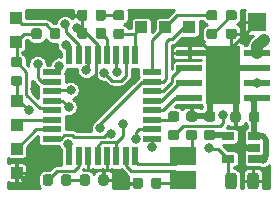
<source format=gbr>
G04 #@! TF.GenerationSoftware,KiCad,Pcbnew,(5.1.6)-1*
G04 #@! TF.CreationDate,2021-01-08T10:20:39+01:00*
G04 #@! TF.ProjectId,Lokdecoder_TI_altQuartz,4c6f6b64-6563-46f6-9465-725f54495f61,rev?*
G04 #@! TF.SameCoordinates,Original*
G04 #@! TF.FileFunction,Copper,L1,Top*
G04 #@! TF.FilePolarity,Positive*
%FSLAX46Y46*%
G04 Gerber Fmt 4.6, Leading zero omitted, Abs format (unit mm)*
G04 Created by KiCad (PCBNEW (5.1.6)-1) date 2021-01-08 10:20:39*
%MOMM*%
%LPD*%
G01*
G04 APERTURE LIST*
G04 #@! TA.AperFunction,SMDPad,CuDef*
%ADD10R,2.200000X1.600000*%
G04 #@! TD*
G04 #@! TA.AperFunction,SMDPad,CuDef*
%ADD11R,0.550000X1.600000*%
G04 #@! TD*
G04 #@! TA.AperFunction,SMDPad,CuDef*
%ADD12R,1.600000X0.550000*%
G04 #@! TD*
G04 #@! TA.AperFunction,SMDPad,CuDef*
%ADD13R,1.000000X1.000000*%
G04 #@! TD*
G04 #@! TA.AperFunction,SMDPad,CuDef*
%ADD14R,1.060000X0.650000*%
G04 #@! TD*
G04 #@! TA.AperFunction,SMDPad,CuDef*
%ADD15R,2.200000X0.500000*%
G04 #@! TD*
G04 #@! TA.AperFunction,Conductor*
%ADD16R,2.950000X4.900000*%
G04 #@! TD*
G04 #@! TA.AperFunction,ComponentPad*
%ADD17C,0.630000*%
G04 #@! TD*
G04 #@! TA.AperFunction,SMDPad,CuDef*
%ADD18R,1.500000X1.500000*%
G04 #@! TD*
G04 #@! TA.AperFunction,ViaPad*
%ADD19C,0.800000*%
G04 #@! TD*
G04 #@! TA.AperFunction,Conductor*
%ADD20C,0.250000*%
G04 #@! TD*
G04 #@! TA.AperFunction,Conductor*
%ADD21C,0.500000*%
G04 #@! TD*
G04 #@! TA.AperFunction,Conductor*
%ADD22C,1.000000*%
G04 #@! TD*
G04 #@! TA.AperFunction,Conductor*
%ADD23C,0.254000*%
G04 #@! TD*
G04 APERTURE END LIST*
D10*
X62801500Y-118840000D03*
X62801500Y-116840000D03*
G04 #@! TA.AperFunction,SMDPad,CuDef*
G36*
G01*
X62308450Y-113899300D02*
X61795950Y-113899300D01*
G75*
G02*
X61577200Y-113680550I0J218750D01*
G01*
X61577200Y-113243050D01*
G75*
G02*
X61795950Y-113024300I218750J0D01*
G01*
X62308450Y-113024300D01*
G75*
G02*
X62527200Y-113243050I0J-218750D01*
G01*
X62527200Y-113680550D01*
G75*
G02*
X62308450Y-113899300I-218750J0D01*
G01*
G37*
G04 #@! TD.AperFunction*
G04 #@! TA.AperFunction,SMDPad,CuDef*
G36*
G01*
X62308450Y-115474300D02*
X61795950Y-115474300D01*
G75*
G02*
X61577200Y-115255550I0J218750D01*
G01*
X61577200Y-114818050D01*
G75*
G02*
X61795950Y-114599300I218750J0D01*
G01*
X62308450Y-114599300D01*
G75*
G02*
X62527200Y-114818050I0J-218750D01*
G01*
X62527200Y-115255550D01*
G75*
G02*
X62308450Y-115474300I-218750J0D01*
G01*
G37*
G04 #@! TD.AperFunction*
D11*
X53200000Y-116791000D03*
X54000000Y-116791000D03*
X54800000Y-116791000D03*
X55600000Y-116791000D03*
X56400000Y-116791000D03*
X57200000Y-116791000D03*
X58000000Y-116791000D03*
X58800000Y-116791000D03*
D12*
X60250000Y-115341000D03*
X60250000Y-114541000D03*
X60250000Y-113741000D03*
X60250000Y-112941000D03*
X60250000Y-112141000D03*
X60250000Y-111341000D03*
X60250000Y-110541000D03*
X60250000Y-109741000D03*
D11*
X58800000Y-108291000D03*
X58000000Y-108291000D03*
X57200000Y-108291000D03*
X56400000Y-108291000D03*
X55600000Y-108291000D03*
X54800000Y-108291000D03*
X54000000Y-108291000D03*
X53200000Y-108291000D03*
D12*
X51750000Y-109741000D03*
X51750000Y-110541000D03*
X51750000Y-111341000D03*
X51750000Y-112141000D03*
X51750000Y-112941000D03*
X51750000Y-113741000D03*
X51750000Y-114541000D03*
X51750000Y-115341000D03*
G04 #@! TA.AperFunction,SMDPad,CuDef*
G36*
G01*
X54971100Y-118590350D02*
X54971100Y-119102850D01*
G75*
G02*
X54752350Y-119321600I-218750J0D01*
G01*
X54314850Y-119321600D01*
G75*
G02*
X54096100Y-119102850I0J218750D01*
G01*
X54096100Y-118590350D01*
G75*
G02*
X54314850Y-118371600I218750J0D01*
G01*
X54752350Y-118371600D01*
G75*
G02*
X54971100Y-118590350I0J-218750D01*
G01*
G37*
G04 #@! TD.AperFunction*
G04 #@! TA.AperFunction,SMDPad,CuDef*
G36*
G01*
X56546100Y-118590350D02*
X56546100Y-119102850D01*
G75*
G02*
X56327350Y-119321600I-218750J0D01*
G01*
X55889850Y-119321600D01*
G75*
G02*
X55671100Y-119102850I0J218750D01*
G01*
X55671100Y-118590350D01*
G75*
G02*
X55889850Y-118371600I218750J0D01*
G01*
X56327350Y-118371600D01*
G75*
G02*
X56546100Y-118590350I0J-218750D01*
G01*
G37*
G04 #@! TD.AperFunction*
G04 #@! TA.AperFunction,SMDPad,CuDef*
G36*
G01*
X51821700Y-118590350D02*
X51821700Y-119102850D01*
G75*
G02*
X51602950Y-119321600I-218750J0D01*
G01*
X51165450Y-119321600D01*
G75*
G02*
X50946700Y-119102850I0J218750D01*
G01*
X50946700Y-118590350D01*
G75*
G02*
X51165450Y-118371600I218750J0D01*
G01*
X51602950Y-118371600D01*
G75*
G02*
X51821700Y-118590350I0J-218750D01*
G01*
G37*
G04 #@! TD.AperFunction*
G04 #@! TA.AperFunction,SMDPad,CuDef*
G36*
G01*
X53396700Y-118590350D02*
X53396700Y-119102850D01*
G75*
G02*
X53177950Y-119321600I-218750J0D01*
G01*
X52740450Y-119321600D01*
G75*
G02*
X52521700Y-119102850I0J218750D01*
G01*
X52521700Y-118590350D01*
G75*
G02*
X52740450Y-118371600I218750J0D01*
G01*
X53177950Y-118371600D01*
G75*
G02*
X53396700Y-118590350I0J-218750D01*
G01*
G37*
G04 #@! TD.AperFunction*
G04 #@! TA.AperFunction,SMDPad,CuDef*
G36*
G01*
X68422100Y-113768850D02*
X68422100Y-113256350D01*
G75*
G02*
X68640850Y-113037600I218750J0D01*
G01*
X69078350Y-113037600D01*
G75*
G02*
X69297100Y-113256350I0J-218750D01*
G01*
X69297100Y-113768850D01*
G75*
G02*
X69078350Y-113987600I-218750J0D01*
G01*
X68640850Y-113987600D01*
G75*
G02*
X68422100Y-113768850I0J218750D01*
G01*
G37*
G04 #@! TD.AperFunction*
G04 #@! TA.AperFunction,SMDPad,CuDef*
G36*
G01*
X66847100Y-113768850D02*
X66847100Y-113256350D01*
G75*
G02*
X67065850Y-113037600I218750J0D01*
G01*
X67503350Y-113037600D01*
G75*
G02*
X67722100Y-113256350I0J-218750D01*
G01*
X67722100Y-113768850D01*
G75*
G02*
X67503350Y-113987600I-218750J0D01*
G01*
X67065850Y-113987600D01*
G75*
G02*
X66847100Y-113768850I0J218750D01*
G01*
G37*
G04 #@! TD.AperFunction*
G04 #@! TA.AperFunction,SMDPad,CuDef*
G36*
G01*
X67185250Y-106914500D02*
X66672750Y-106914500D01*
G75*
G02*
X66454000Y-106695750I0J218750D01*
G01*
X66454000Y-106258250D01*
G75*
G02*
X66672750Y-106039500I218750J0D01*
G01*
X67185250Y-106039500D01*
G75*
G02*
X67404000Y-106258250I0J-218750D01*
G01*
X67404000Y-106695750D01*
G75*
G02*
X67185250Y-106914500I-218750J0D01*
G01*
G37*
G04 #@! TD.AperFunction*
G04 #@! TA.AperFunction,SMDPad,CuDef*
G36*
G01*
X67185250Y-105339500D02*
X66672750Y-105339500D01*
G75*
G02*
X66454000Y-105120750I0J218750D01*
G01*
X66454000Y-104683250D01*
G75*
G02*
X66672750Y-104464500I218750J0D01*
G01*
X67185250Y-104464500D01*
G75*
G02*
X67404000Y-104683250I0J-218750D01*
G01*
X67404000Y-105120750D01*
G75*
G02*
X67185250Y-105339500I-218750J0D01*
G01*
G37*
G04 #@! TD.AperFunction*
D13*
X48742600Y-118237000D03*
X48691800Y-105130600D03*
X48742600Y-116205000D03*
X48742600Y-114173000D03*
X48742600Y-112141000D03*
X63373000Y-105918000D03*
X61341000Y-105918000D03*
X59309000Y-105918000D03*
X48691800Y-107162600D03*
G04 #@! TA.AperFunction,SMDPad,CuDef*
G36*
G01*
X50006800Y-106707650D02*
X50006800Y-106195150D01*
G75*
G02*
X50225550Y-105976400I218750J0D01*
G01*
X50663050Y-105976400D01*
G75*
G02*
X50881800Y-106195150I0J-218750D01*
G01*
X50881800Y-106707650D01*
G75*
G02*
X50663050Y-106926400I-218750J0D01*
G01*
X50225550Y-106926400D01*
G75*
G02*
X50006800Y-106707650I0J218750D01*
G01*
G37*
G04 #@! TD.AperFunction*
G04 #@! TA.AperFunction,SMDPad,CuDef*
G36*
G01*
X51581800Y-106707650D02*
X51581800Y-106195150D01*
G75*
G02*
X51800550Y-105976400I218750J0D01*
G01*
X52238050Y-105976400D01*
G75*
G02*
X52456800Y-106195150I0J-218750D01*
G01*
X52456800Y-106707650D01*
G75*
G02*
X52238050Y-106926400I-218750J0D01*
G01*
X51800550Y-106926400D01*
G75*
G02*
X51581800Y-106707650I0J218750D01*
G01*
G37*
G04 #@! TD.AperFunction*
G04 #@! TA.AperFunction,SMDPad,CuDef*
G36*
G01*
X54742500Y-106169750D02*
X54742500Y-106682250D01*
G75*
G02*
X54523750Y-106901000I-218750J0D01*
G01*
X54086250Y-106901000D01*
G75*
G02*
X53867500Y-106682250I0J218750D01*
G01*
X53867500Y-106169750D01*
G75*
G02*
X54086250Y-105951000I218750J0D01*
G01*
X54523750Y-105951000D01*
G75*
G02*
X54742500Y-106169750I0J-218750D01*
G01*
G37*
G04 #@! TD.AperFunction*
G04 #@! TA.AperFunction,SMDPad,CuDef*
G36*
G01*
X56317500Y-106169750D02*
X56317500Y-106682250D01*
G75*
G02*
X56098750Y-106901000I-218750J0D01*
G01*
X55661250Y-106901000D01*
G75*
G02*
X55442500Y-106682250I0J218750D01*
G01*
X55442500Y-106169750D01*
G75*
G02*
X55661250Y-105951000I218750J0D01*
G01*
X56098750Y-105951000D01*
G75*
G02*
X56317500Y-106169750I0J-218750D01*
G01*
G37*
G04 #@! TD.AperFunction*
G04 #@! TA.AperFunction,SMDPad,CuDef*
G36*
G01*
X64843950Y-113024100D02*
X65356450Y-113024100D01*
G75*
G02*
X65575200Y-113242850I0J-218750D01*
G01*
X65575200Y-113680350D01*
G75*
G02*
X65356450Y-113899100I-218750J0D01*
G01*
X64843950Y-113899100D01*
G75*
G02*
X64625200Y-113680350I0J218750D01*
G01*
X64625200Y-113242850D01*
G75*
G02*
X64843950Y-113024100I218750J0D01*
G01*
G37*
G04 #@! TD.AperFunction*
G04 #@! TA.AperFunction,SMDPad,CuDef*
G36*
G01*
X64843950Y-114599100D02*
X65356450Y-114599100D01*
G75*
G02*
X65575200Y-114817850I0J-218750D01*
G01*
X65575200Y-115255350D01*
G75*
G02*
X65356450Y-115474100I-218750J0D01*
G01*
X64843950Y-115474100D01*
G75*
G02*
X64625200Y-115255350I0J218750D01*
G01*
X64625200Y-114817850D01*
G75*
G02*
X64843950Y-114599100I218750J0D01*
G01*
G37*
G04 #@! TD.AperFunction*
G04 #@! TA.AperFunction,SMDPad,CuDef*
G36*
G01*
X66408000Y-119391750D02*
X66408000Y-118479250D01*
G75*
G02*
X66651750Y-118235500I243750J0D01*
G01*
X67139250Y-118235500D01*
G75*
G02*
X67383000Y-118479250I0J-243750D01*
G01*
X67383000Y-119391750D01*
G75*
G02*
X67139250Y-119635500I-243750J0D01*
G01*
X66651750Y-119635500D01*
G75*
G02*
X66408000Y-119391750I0J243750D01*
G01*
G37*
G04 #@! TD.AperFunction*
G04 #@! TA.AperFunction,SMDPad,CuDef*
G36*
G01*
X68283000Y-119391750D02*
X68283000Y-118479250D01*
G75*
G02*
X68526750Y-118235500I243750J0D01*
G01*
X69014250Y-118235500D01*
G75*
G02*
X69258000Y-118479250I0J-243750D01*
G01*
X69258000Y-119391750D01*
G75*
G02*
X69014250Y-119635500I-243750J0D01*
G01*
X68526750Y-119635500D01*
G75*
G02*
X68283000Y-119391750I0J243750D01*
G01*
G37*
G04 #@! TD.AperFunction*
G04 #@! TA.AperFunction,SMDPad,CuDef*
G36*
G01*
X60141500Y-119382250D02*
X60141500Y-118869750D01*
G75*
G02*
X60360250Y-118651000I218750J0D01*
G01*
X60797750Y-118651000D01*
G75*
G02*
X61016500Y-118869750I0J-218750D01*
G01*
X61016500Y-119382250D01*
G75*
G02*
X60797750Y-119601000I-218750J0D01*
G01*
X60360250Y-119601000D01*
G75*
G02*
X60141500Y-119382250I0J218750D01*
G01*
G37*
G04 #@! TD.AperFunction*
G04 #@! TA.AperFunction,SMDPad,CuDef*
G36*
G01*
X58566500Y-119382250D02*
X58566500Y-118869750D01*
G75*
G02*
X58785250Y-118651000I218750J0D01*
G01*
X59222750Y-118651000D01*
G75*
G02*
X59441500Y-118869750I0J-218750D01*
G01*
X59441500Y-119382250D01*
G75*
G02*
X59222750Y-119601000I-218750J0D01*
G01*
X58785250Y-119601000D01*
G75*
G02*
X58566500Y-119382250I0J218750D01*
G01*
G37*
G04 #@! TD.AperFunction*
G04 #@! TA.AperFunction,SMDPad,CuDef*
G36*
G01*
X63319950Y-114599300D02*
X63832450Y-114599300D01*
G75*
G02*
X64051200Y-114818050I0J-218750D01*
G01*
X64051200Y-115255550D01*
G75*
G02*
X63832450Y-115474300I-218750J0D01*
G01*
X63319950Y-115474300D01*
G75*
G02*
X63101200Y-115255550I0J218750D01*
G01*
X63101200Y-114818050D01*
G75*
G02*
X63319950Y-114599300I218750J0D01*
G01*
G37*
G04 #@! TD.AperFunction*
G04 #@! TA.AperFunction,SMDPad,CuDef*
G36*
G01*
X63319950Y-113024300D02*
X63832450Y-113024300D01*
G75*
G02*
X64051200Y-113243050I0J-218750D01*
G01*
X64051200Y-113680550D01*
G75*
G02*
X63832450Y-113899300I-218750J0D01*
G01*
X63319950Y-113899300D01*
G75*
G02*
X63101200Y-113680550I0J218750D01*
G01*
X63101200Y-113243050D01*
G75*
G02*
X63319950Y-113024300I218750J0D01*
G01*
G37*
G04 #@! TD.AperFunction*
G04 #@! TA.AperFunction,SMDPad,CuDef*
G36*
G01*
X57147750Y-104464500D02*
X57660250Y-104464500D01*
G75*
G02*
X57879000Y-104683250I0J-218750D01*
G01*
X57879000Y-105120750D01*
G75*
G02*
X57660250Y-105339500I-218750J0D01*
G01*
X57147750Y-105339500D01*
G75*
G02*
X56929000Y-105120750I0J218750D01*
G01*
X56929000Y-104683250D01*
G75*
G02*
X57147750Y-104464500I218750J0D01*
G01*
G37*
G04 #@! TD.AperFunction*
G04 #@! TA.AperFunction,SMDPad,CuDef*
G36*
G01*
X57147750Y-106039500D02*
X57660250Y-106039500D01*
G75*
G02*
X57879000Y-106258250I0J-218750D01*
G01*
X57879000Y-106695750D01*
G75*
G02*
X57660250Y-106914500I-218750J0D01*
G01*
X57147750Y-106914500D01*
G75*
G02*
X56929000Y-106695750I0J218750D01*
G01*
X56929000Y-106258250D01*
G75*
G02*
X57147750Y-106039500I218750J0D01*
G01*
G37*
G04 #@! TD.AperFunction*
G04 #@! TA.AperFunction,SMDPad,CuDef*
G36*
G01*
X65534250Y-106914500D02*
X65021750Y-106914500D01*
G75*
G02*
X64803000Y-106695750I0J218750D01*
G01*
X64803000Y-106258250D01*
G75*
G02*
X65021750Y-106039500I218750J0D01*
G01*
X65534250Y-106039500D01*
G75*
G02*
X65753000Y-106258250I0J-218750D01*
G01*
X65753000Y-106695750D01*
G75*
G02*
X65534250Y-106914500I-218750J0D01*
G01*
G37*
G04 #@! TD.AperFunction*
G04 #@! TA.AperFunction,SMDPad,CuDef*
G36*
G01*
X65534250Y-105339500D02*
X65021750Y-105339500D01*
G75*
G02*
X64803000Y-105120750I0J218750D01*
G01*
X64803000Y-104683250D01*
G75*
G02*
X65021750Y-104464500I218750J0D01*
G01*
X65534250Y-104464500D01*
G75*
G02*
X65753000Y-104683250I0J-218750D01*
G01*
X65753000Y-105120750D01*
G75*
G02*
X65534250Y-105339500I-218750J0D01*
G01*
G37*
G04 #@! TD.AperFunction*
D14*
X68875000Y-117053400D03*
X68875000Y-116103400D03*
X68875000Y-115153400D03*
X66675000Y-115153400D03*
X66675000Y-117053400D03*
D15*
X63373000Y-108077000D03*
X63373000Y-109347000D03*
X63373000Y-110617000D03*
X63373000Y-111887000D03*
X69123000Y-111887000D03*
X69123000Y-110617000D03*
X69123000Y-109347000D03*
X69123000Y-108077000D03*
D16*
X66248000Y-109982000D03*
D17*
X65598000Y-108682000D03*
X65598000Y-109982000D03*
X66898000Y-109982000D03*
X66898000Y-108682000D03*
X65598000Y-111282000D03*
X66898000Y-111282000D03*
G04 #@! TA.AperFunction,SMDPad,CuDef*
G36*
G01*
X48486350Y-110001800D02*
X48998850Y-110001800D01*
G75*
G02*
X49217600Y-110220550I0J-218750D01*
G01*
X49217600Y-110658050D01*
G75*
G02*
X48998850Y-110876800I-218750J0D01*
G01*
X48486350Y-110876800D01*
G75*
G02*
X48267600Y-110658050I0J218750D01*
G01*
X48267600Y-110220550D01*
G75*
G02*
X48486350Y-110001800I218750J0D01*
G01*
G37*
G04 #@! TD.AperFunction*
G04 #@! TA.AperFunction,SMDPad,CuDef*
G36*
G01*
X48486350Y-108426800D02*
X48998850Y-108426800D01*
G75*
G02*
X49217600Y-108645550I0J-218750D01*
G01*
X49217600Y-109083050D01*
G75*
G02*
X48998850Y-109301800I-218750J0D01*
G01*
X48486350Y-109301800D01*
G75*
G02*
X48267600Y-109083050I0J218750D01*
G01*
X48267600Y-108645550D01*
G75*
G02*
X48486350Y-108426800I218750J0D01*
G01*
G37*
G04 #@! TD.AperFunction*
G04 #@! TA.AperFunction,SMDPad,CuDef*
G36*
G01*
X55442500Y-105158250D02*
X55442500Y-104645750D01*
G75*
G02*
X55661250Y-104427000I218750J0D01*
G01*
X56098750Y-104427000D01*
G75*
G02*
X56317500Y-104645750I0J-218750D01*
G01*
X56317500Y-105158250D01*
G75*
G02*
X56098750Y-105377000I-218750J0D01*
G01*
X55661250Y-105377000D01*
G75*
G02*
X55442500Y-105158250I0J218750D01*
G01*
G37*
G04 #@! TD.AperFunction*
G04 #@! TA.AperFunction,SMDPad,CuDef*
G36*
G01*
X53867500Y-105158250D02*
X53867500Y-104645750D01*
G75*
G02*
X54086250Y-104427000I218750J0D01*
G01*
X54523750Y-104427000D01*
G75*
G02*
X54742500Y-104645750I0J-218750D01*
G01*
X54742500Y-105158250D01*
G75*
G02*
X54523750Y-105377000I-218750J0D01*
G01*
X54086250Y-105377000D01*
G75*
G02*
X53867500Y-105158250I0J218750D01*
G01*
G37*
G04 #@! TD.AperFunction*
D18*
X69113400Y-105486200D03*
D19*
X50469800Y-107670600D03*
X49513159Y-118888841D03*
X50317400Y-111125000D03*
X53150002Y-109905800D03*
X54686200Y-113309400D03*
X57300342Y-118588764D03*
X60274200Y-104876600D03*
X55448200Y-110587798D03*
X53822600Y-105943400D03*
X49802215Y-112962039D03*
X56159400Y-109753400D03*
X57785000Y-114071400D03*
X65058982Y-116112982D03*
X57226200Y-109702600D03*
X54656439Y-109554148D03*
X69590002Y-117053400D03*
X56718200Y-114940999D03*
X66217800Y-113309400D03*
X53122668Y-115795033D03*
X60172600Y-116066000D03*
X58849998Y-115390998D03*
X55803800Y-114477800D03*
X52857400Y-105632458D03*
X52950315Y-107442000D03*
X52330064Y-109168798D03*
X50528902Y-109038591D03*
X53314600Y-111212800D03*
X53150002Y-112677843D03*
X69123000Y-110617000D03*
X69672200Y-106959400D03*
D20*
X51550001Y-112741001D02*
X51750000Y-112941000D01*
X50689999Y-112741001D02*
X51550001Y-112741001D01*
X49581062Y-111632064D02*
X50689999Y-112741001D01*
X48742600Y-108864300D02*
X49581062Y-109702762D01*
X49581062Y-109702762D02*
X49581062Y-111632064D01*
X48742600Y-107213400D02*
X48691800Y-107162600D01*
X48742600Y-108864300D02*
X48742600Y-107213400D01*
X49403000Y-106451400D02*
X48691800Y-107162600D01*
X50444300Y-106451400D02*
X49403000Y-106451400D01*
X51219290Y-105651390D02*
X52019300Y-106451400D01*
X49212590Y-105651390D02*
X51219290Y-105651390D01*
X48691800Y-105130600D02*
X49212590Y-105651390D01*
X55600000Y-107430998D02*
X55600000Y-108291000D01*
X54595002Y-106426000D02*
X55600000Y-107430998D01*
X54305000Y-106426000D02*
X54595002Y-106426000D01*
X54305000Y-106426000D02*
X54305000Y-104902000D01*
D21*
X66883000Y-109347000D02*
X66248000Y-109982000D01*
X69123000Y-109347000D02*
X66883000Y-109347000D01*
X63373000Y-108077000D02*
X65024000Y-108077000D01*
X66248000Y-109301000D02*
X66248000Y-109982000D01*
X65024000Y-108077000D02*
X66248000Y-109301000D01*
X67284600Y-111668600D02*
X66898000Y-111282000D01*
X67284600Y-113512600D02*
X67284600Y-111668600D01*
D20*
X66929000Y-108651000D02*
X66898000Y-108682000D01*
X66929000Y-106477000D02*
X66929000Y-108651000D01*
D21*
X65100200Y-111779800D02*
X65598000Y-111282000D01*
X65100200Y-113461600D02*
X65100200Y-111779800D01*
X65100000Y-113461800D02*
X65100200Y-113461600D01*
X63576200Y-113461800D02*
X65100000Y-113461800D01*
D20*
X48742600Y-118237000D02*
X48861318Y-118237000D01*
X55805600Y-118846600D02*
X56108600Y-118846600D01*
X54800000Y-116791000D02*
X54800000Y-117841000D01*
D21*
X68159998Y-116103400D02*
X67655001Y-115598403D01*
X68875000Y-116103400D02*
X68159998Y-116103400D01*
D20*
X56400000Y-118555200D02*
X56108600Y-118846600D01*
X57042506Y-118846600D02*
X57300342Y-118588764D01*
X56108600Y-118846600D02*
X57042506Y-118846600D01*
X54305000Y-106426000D02*
X54032623Y-106426000D01*
X55434399Y-110573997D02*
X55448200Y-110587798D01*
X55600000Y-108291000D02*
X55434399Y-108456601D01*
X55434399Y-108456601D02*
X55434399Y-110573997D01*
X53822600Y-105943400D02*
X53822600Y-105943600D01*
X53822600Y-105943600D02*
X54305000Y-106426000D01*
D21*
X66248000Y-109982000D02*
X66248000Y-108791998D01*
D20*
X66248000Y-108351600D02*
X66248000Y-109982000D01*
X69113400Y-105486200D02*
X66248000Y-108351600D01*
X66248000Y-109982000D02*
X66248000Y-109021600D01*
X66248000Y-109021600D02*
X64389000Y-107162600D01*
X56400000Y-106946000D02*
X56400000Y-108291000D01*
X55880000Y-106426000D02*
X56400000Y-106946000D01*
D21*
X66558200Y-115036600D02*
X66675000Y-115153400D01*
X65100200Y-115036600D02*
X66558200Y-115036600D01*
D20*
X48742600Y-110439300D02*
X48742600Y-112141000D01*
X57124999Y-115665999D02*
X57200000Y-115741000D01*
X55864999Y-115665999D02*
X57124999Y-115665999D01*
X55600000Y-115930998D02*
X55864999Y-115665999D01*
X55600000Y-116791000D02*
X55600000Y-115930998D01*
X57200000Y-115741000D02*
X57200000Y-116791000D01*
X48742600Y-112141000D02*
X48981176Y-112141000D01*
X48981176Y-112141000D02*
X49802215Y-112962039D01*
X57574201Y-110427601D02*
X56833601Y-110427601D01*
X58000000Y-108291000D02*
X58000000Y-110001802D01*
X56833601Y-110427601D02*
X56159400Y-109753400D01*
X58000000Y-110001802D02*
X57574201Y-110427601D01*
X57200000Y-115741000D02*
X57785000Y-115156000D01*
X57785000Y-115156000D02*
X57785000Y-114071400D01*
X66675000Y-117053400D02*
X65826600Y-116205000D01*
X65826600Y-116205000D02*
X65214500Y-116205000D01*
X66675000Y-118715000D02*
X66895500Y-118935500D01*
X66675000Y-117053400D02*
X66675000Y-118715000D01*
X57200000Y-108291000D02*
X57200000Y-109676400D01*
X57200000Y-109676400D02*
X57226200Y-109702600D01*
X54800000Y-109410587D02*
X54656439Y-109554148D01*
X54800000Y-108291000D02*
X54800000Y-109410587D01*
X58000000Y-117651002D02*
X58458998Y-118110000D01*
X58000000Y-116791000D02*
X58000000Y-117651002D01*
X62782000Y-118796000D02*
X62738000Y-118840000D01*
X62071500Y-118110000D02*
X62801500Y-118840000D01*
X58458998Y-118110000D02*
X62071500Y-118110000D01*
X62515500Y-119126000D02*
X62801500Y-118840000D01*
X60579000Y-119126000D02*
X62515500Y-119126000D01*
X62689000Y-116791000D02*
X62738000Y-116840000D01*
X58800000Y-117220000D02*
X59055000Y-117475000D01*
X58800000Y-116791000D02*
X58800000Y-117220000D01*
X62166500Y-117475000D02*
X62801500Y-116840000D01*
X59055000Y-117475000D02*
X62166500Y-117475000D01*
X63576200Y-116065300D02*
X62801500Y-116840000D01*
X63576200Y-115036800D02*
X63576200Y-116065300D01*
D21*
X68859600Y-112150400D02*
X68596200Y-111887000D01*
X68859600Y-113512600D02*
X68859600Y-112150400D01*
X68859600Y-115138000D02*
X68875000Y-115153400D01*
X68859600Y-113512600D02*
X68859600Y-115138000D01*
X69590002Y-117053400D02*
X68875000Y-117053400D01*
X69855001Y-116788401D02*
X69590002Y-117053400D01*
X69590002Y-115153400D02*
X69855001Y-115418399D01*
X69855001Y-115418399D02*
X69855001Y-116788401D01*
X68875000Y-115153400D02*
X69590002Y-115153400D01*
D20*
X52774667Y-115070032D02*
X52503699Y-115341000D01*
X53470669Y-115070032D02*
X52774667Y-115070032D01*
X53616626Y-115215989D02*
X53470669Y-115070032D01*
X56138613Y-115215989D02*
X53616626Y-115215989D01*
X56413603Y-114940999D02*
X56138613Y-115215989D01*
X52503699Y-115341000D02*
X51750000Y-115341000D01*
X56718200Y-114940999D02*
X56413603Y-114940999D01*
X55880000Y-104902000D02*
X57404000Y-104902000D01*
X58800000Y-106427000D02*
X59309000Y-105918000D01*
X58723000Y-106477000D02*
X58800000Y-106554000D01*
X57404000Y-106477000D02*
X58723000Y-106477000D01*
X58800000Y-108291000D02*
X58800000Y-106554000D01*
X58800000Y-106554000D02*
X58800000Y-106427000D01*
X65354000Y-106477000D02*
X66929000Y-104902000D01*
X65278000Y-106477000D02*
X65354000Y-106477000D01*
X62164002Y-111887000D02*
X63373000Y-111887000D01*
X61110002Y-112941000D02*
X62164002Y-111887000D01*
X60250000Y-112941000D02*
X61110002Y-112941000D01*
X61773000Y-113741000D02*
X60250000Y-113741000D01*
X62052200Y-113461800D02*
X61773000Y-113741000D01*
X65964310Y-114274090D02*
X66217800Y-114020600D01*
X62052200Y-115036800D02*
X62814910Y-114274090D01*
X62814910Y-114274090D02*
X65964310Y-114274090D01*
X66217800Y-114020600D02*
X66217800Y-113258600D01*
X66217800Y-113258600D02*
X66116200Y-113157000D01*
X53122668Y-116713668D02*
X53200000Y-116791000D01*
X53122668Y-115795033D02*
X53122668Y-116713668D01*
X52184210Y-118046590D02*
X51384200Y-118846600D01*
X53604412Y-118046590D02*
X52184210Y-118046590D01*
X54000000Y-117651002D02*
X53604412Y-118046590D01*
X54000000Y-116791000D02*
X54000000Y-117651002D01*
X60172600Y-115418400D02*
X60250000Y-115341000D01*
X60172600Y-116066000D02*
X60172600Y-115418400D01*
X59134311Y-114541000D02*
X60250000Y-114541000D01*
X58849998Y-114825313D02*
X59134311Y-114541000D01*
X58849998Y-115390998D02*
X58849998Y-114825313D01*
X60999000Y-112141000D02*
X60250000Y-112141000D01*
X62523000Y-110617000D02*
X60999000Y-112141000D01*
X63373000Y-110617000D02*
X62523000Y-110617000D01*
X62707998Y-109347000D02*
X63373000Y-109347000D01*
X61947999Y-110106999D02*
X62707998Y-109347000D01*
X61136410Y-111341000D02*
X60250000Y-111341000D01*
X61947999Y-110529411D02*
X61136410Y-111341000D01*
X61947999Y-110106999D02*
X61947999Y-110529411D01*
X59385000Y-110541000D02*
X60250000Y-110541000D01*
X55803800Y-114122200D02*
X59385000Y-110541000D01*
X62926002Y-105918000D02*
X63373000Y-105918000D01*
X61935402Y-106908600D02*
X62926002Y-105918000D01*
X60250000Y-110541000D02*
X61110002Y-110541000D01*
X61110002Y-110541000D02*
X61375001Y-110276001D01*
X61375001Y-107179399D02*
X61645800Y-106908600D01*
X61375001Y-110276001D02*
X61375001Y-107179399D01*
X61645800Y-106908600D02*
X61935402Y-106908600D01*
X54000000Y-107418683D02*
X54000000Y-108291000D01*
X52908200Y-106326883D02*
X54000000Y-107418683D01*
X52908200Y-105632458D02*
X52908200Y-106326883D01*
X53200000Y-108291000D02*
X53200000Y-107691685D01*
X53200000Y-107691685D02*
X52950315Y-107442000D01*
X52322202Y-109168798D02*
X51750000Y-109741000D01*
X52330064Y-109168798D02*
X52322202Y-109168798D01*
X50889998Y-110541000D02*
X51750000Y-110541000D01*
X50528902Y-110179904D02*
X50889998Y-110541000D01*
X50528902Y-109038591D02*
X50528902Y-110179904D01*
X51878200Y-111212800D02*
X51750000Y-111341000D01*
X53314600Y-111212800D02*
X51878200Y-111212800D01*
X52613159Y-112141000D02*
X51750000Y-112141000D01*
X53150002Y-112677843D02*
X52613159Y-112141000D01*
X49174600Y-113741000D02*
X51750000Y-113741000D01*
X48742600Y-114173000D02*
X49174600Y-113741000D01*
X50406600Y-114541000D02*
X51750000Y-114541000D01*
X48742600Y-116205000D02*
X50406600Y-114541000D01*
D22*
X69123000Y-107508600D02*
X69672200Y-106959400D01*
X69123000Y-108077000D02*
X69123000Y-107508600D01*
D20*
X60250000Y-107009000D02*
X61341000Y-105918000D01*
X60250000Y-109741000D02*
X60250000Y-107009000D01*
X62357000Y-104902000D02*
X61341000Y-105918000D01*
X65278000Y-104902000D02*
X62357000Y-104902000D01*
X52959200Y-118846600D02*
X54533600Y-118846600D01*
D23*
G36*
X50567157Y-115616000D02*
G01*
X50574513Y-115690689D01*
X50596299Y-115762508D01*
X50631678Y-115828696D01*
X50679289Y-115886711D01*
X50737304Y-115934322D01*
X50803492Y-115969701D01*
X50875311Y-115991487D01*
X50950000Y-115998843D01*
X52366907Y-115998843D01*
X52371681Y-116022842D01*
X52430555Y-116164975D01*
X52516026Y-116292892D01*
X52542157Y-116319023D01*
X52542157Y-117540590D01*
X52209056Y-117540590D01*
X52184210Y-117538143D01*
X52159364Y-117540590D01*
X52159356Y-117540590D01*
X52085017Y-117547912D01*
X51989635Y-117576845D01*
X51901731Y-117623831D01*
X51824683Y-117687063D01*
X51808839Y-117706369D01*
X51526451Y-117988757D01*
X51165450Y-117988757D01*
X51048085Y-118000316D01*
X50935230Y-118034551D01*
X50831223Y-118090144D01*
X50740060Y-118164960D01*
X50665244Y-118256123D01*
X50609651Y-118360130D01*
X50575416Y-118472985D01*
X50563857Y-118590350D01*
X50563857Y-119102850D01*
X50575416Y-119220215D01*
X50609651Y-119333070D01*
X50665244Y-119437077D01*
X50722957Y-119507400D01*
X48031000Y-119507400D01*
X48031000Y-119055908D01*
X48096092Y-119090701D01*
X48167911Y-119112487D01*
X48242600Y-119119843D01*
X48624350Y-119118000D01*
X48719600Y-119022750D01*
X48719600Y-118260000D01*
X48765600Y-118260000D01*
X48765600Y-119022750D01*
X48860850Y-119118000D01*
X49242600Y-119119843D01*
X49317289Y-119112487D01*
X49389108Y-119090701D01*
X49455296Y-119055322D01*
X49513311Y-119007711D01*
X49560922Y-118949696D01*
X49596301Y-118883508D01*
X49618087Y-118811689D01*
X49625443Y-118737000D01*
X49623600Y-118355250D01*
X49528350Y-118260000D01*
X48765600Y-118260000D01*
X48719600Y-118260000D01*
X48699600Y-118260000D01*
X48699600Y-118214000D01*
X48719600Y-118214000D01*
X48719600Y-117451250D01*
X48765600Y-117451250D01*
X48765600Y-118214000D01*
X49528350Y-118214000D01*
X49623600Y-118118750D01*
X49625443Y-117737000D01*
X49618087Y-117662311D01*
X49596301Y-117590492D01*
X49560922Y-117524304D01*
X49513311Y-117466289D01*
X49455296Y-117418678D01*
X49389108Y-117383299D01*
X49317289Y-117361513D01*
X49242600Y-117354157D01*
X48860850Y-117356000D01*
X48765600Y-117451250D01*
X48719600Y-117451250D01*
X48624350Y-117356000D01*
X48242600Y-117354157D01*
X48167911Y-117361513D01*
X48096092Y-117383299D01*
X48031000Y-117418092D01*
X48031000Y-117023908D01*
X48096092Y-117058701D01*
X48167911Y-117080487D01*
X48242600Y-117087843D01*
X49242600Y-117087843D01*
X49317289Y-117080487D01*
X49389108Y-117058701D01*
X49455296Y-117023322D01*
X49513311Y-116975711D01*
X49560922Y-116917696D01*
X49596301Y-116851508D01*
X49618087Y-116779689D01*
X49625443Y-116705000D01*
X49625443Y-116037748D01*
X50567157Y-115096035D01*
X50567157Y-115616000D01*
G37*
X50567157Y-115616000D02*
X50574513Y-115690689D01*
X50596299Y-115762508D01*
X50631678Y-115828696D01*
X50679289Y-115886711D01*
X50737304Y-115934322D01*
X50803492Y-115969701D01*
X50875311Y-115991487D01*
X50950000Y-115998843D01*
X52366907Y-115998843D01*
X52371681Y-116022842D01*
X52430555Y-116164975D01*
X52516026Y-116292892D01*
X52542157Y-116319023D01*
X52542157Y-117540590D01*
X52209056Y-117540590D01*
X52184210Y-117538143D01*
X52159364Y-117540590D01*
X52159356Y-117540590D01*
X52085017Y-117547912D01*
X51989635Y-117576845D01*
X51901731Y-117623831D01*
X51824683Y-117687063D01*
X51808839Y-117706369D01*
X51526451Y-117988757D01*
X51165450Y-117988757D01*
X51048085Y-118000316D01*
X50935230Y-118034551D01*
X50831223Y-118090144D01*
X50740060Y-118164960D01*
X50665244Y-118256123D01*
X50609651Y-118360130D01*
X50575416Y-118472985D01*
X50563857Y-118590350D01*
X50563857Y-119102850D01*
X50575416Y-119220215D01*
X50609651Y-119333070D01*
X50665244Y-119437077D01*
X50722957Y-119507400D01*
X48031000Y-119507400D01*
X48031000Y-119055908D01*
X48096092Y-119090701D01*
X48167911Y-119112487D01*
X48242600Y-119119843D01*
X48624350Y-119118000D01*
X48719600Y-119022750D01*
X48719600Y-118260000D01*
X48765600Y-118260000D01*
X48765600Y-119022750D01*
X48860850Y-119118000D01*
X49242600Y-119119843D01*
X49317289Y-119112487D01*
X49389108Y-119090701D01*
X49455296Y-119055322D01*
X49513311Y-119007711D01*
X49560922Y-118949696D01*
X49596301Y-118883508D01*
X49618087Y-118811689D01*
X49625443Y-118737000D01*
X49623600Y-118355250D01*
X49528350Y-118260000D01*
X48765600Y-118260000D01*
X48719600Y-118260000D01*
X48699600Y-118260000D01*
X48699600Y-118214000D01*
X48719600Y-118214000D01*
X48719600Y-117451250D01*
X48765600Y-117451250D01*
X48765600Y-118214000D01*
X49528350Y-118214000D01*
X49623600Y-118118750D01*
X49625443Y-117737000D01*
X49618087Y-117662311D01*
X49596301Y-117590492D01*
X49560922Y-117524304D01*
X49513311Y-117466289D01*
X49455296Y-117418678D01*
X49389108Y-117383299D01*
X49317289Y-117361513D01*
X49242600Y-117354157D01*
X48860850Y-117356000D01*
X48765600Y-117451250D01*
X48719600Y-117451250D01*
X48624350Y-117356000D01*
X48242600Y-117354157D01*
X48167911Y-117361513D01*
X48096092Y-117383299D01*
X48031000Y-117418092D01*
X48031000Y-117023908D01*
X48096092Y-117058701D01*
X48167911Y-117080487D01*
X48242600Y-117087843D01*
X49242600Y-117087843D01*
X49317289Y-117080487D01*
X49389108Y-117058701D01*
X49455296Y-117023322D01*
X49513311Y-116975711D01*
X49560922Y-116917696D01*
X49596301Y-116851508D01*
X49618087Y-116779689D01*
X49625443Y-116705000D01*
X49625443Y-116037748D01*
X50567157Y-115096035D01*
X50567157Y-115616000D01*
G36*
X67307600Y-113489600D02*
G01*
X67327600Y-113489600D01*
X67327600Y-113535600D01*
X67307600Y-113535600D01*
X67307600Y-114273350D01*
X67402850Y-114368600D01*
X67722100Y-114370443D01*
X67796789Y-114363087D01*
X67868608Y-114341301D01*
X67934796Y-114305922D01*
X67992811Y-114258311D01*
X68040422Y-114200296D01*
X68075801Y-114134108D01*
X68097587Y-114062289D01*
X68100894Y-114028710D01*
X68140644Y-114103077D01*
X68215460Y-114194240D01*
X68228600Y-114205024D01*
X68228601Y-114465566D01*
X68198492Y-114474699D01*
X68132304Y-114510078D01*
X68074289Y-114557689D01*
X68026678Y-114615704D01*
X67991299Y-114681892D01*
X67969513Y-114753711D01*
X67962157Y-114828400D01*
X67962157Y-115478400D01*
X67969513Y-115553089D01*
X67991299Y-115624908D01*
X67993166Y-115628400D01*
X67991299Y-115631892D01*
X67969513Y-115703711D01*
X67962157Y-115778400D01*
X67964000Y-115985150D01*
X68059250Y-116080400D01*
X68852000Y-116080400D01*
X68852000Y-116060400D01*
X68898000Y-116060400D01*
X68898000Y-116080400D01*
X68918000Y-116080400D01*
X68918000Y-116126400D01*
X68898000Y-116126400D01*
X68898000Y-116146400D01*
X68852000Y-116146400D01*
X68852000Y-116126400D01*
X68059250Y-116126400D01*
X67964000Y-116221650D01*
X67962157Y-116428400D01*
X67969513Y-116503089D01*
X67991299Y-116574908D01*
X67993166Y-116578400D01*
X67991299Y-116581892D01*
X67969513Y-116653711D01*
X67962157Y-116728400D01*
X67962157Y-117378400D01*
X67969513Y-117453089D01*
X67991299Y-117524908D01*
X68026678Y-117591096D01*
X68074289Y-117649111D01*
X68132304Y-117696722D01*
X68198492Y-117732101D01*
X68270311Y-117753887D01*
X68345000Y-117761243D01*
X69258035Y-117761243D01*
X69362193Y-117804387D01*
X69513080Y-117834400D01*
X69666924Y-117834400D01*
X69817811Y-117804387D01*
X69959944Y-117745513D01*
X70087861Y-117660042D01*
X70129800Y-117618103D01*
X70129800Y-119507400D01*
X69640437Y-119507400D01*
X69639000Y-119053750D01*
X69543750Y-118958500D01*
X68793500Y-118958500D01*
X68793500Y-118978500D01*
X68747500Y-118978500D01*
X68747500Y-118958500D01*
X67997250Y-118958500D01*
X67902000Y-119053750D01*
X67900563Y-119507400D01*
X67754452Y-119507400D01*
X67765843Y-119391750D01*
X67765843Y-118479250D01*
X67753803Y-118357008D01*
X67718146Y-118239463D01*
X67716028Y-118235500D01*
X67900157Y-118235500D01*
X67902000Y-118817250D01*
X67997250Y-118912500D01*
X68747500Y-118912500D01*
X68747500Y-117949750D01*
X68793500Y-117949750D01*
X68793500Y-118912500D01*
X69543750Y-118912500D01*
X69639000Y-118817250D01*
X69640843Y-118235500D01*
X69633487Y-118160811D01*
X69611701Y-118088992D01*
X69576322Y-118022804D01*
X69528711Y-117964789D01*
X69470696Y-117917178D01*
X69404508Y-117881799D01*
X69332689Y-117860013D01*
X69258000Y-117852657D01*
X68888750Y-117854500D01*
X68793500Y-117949750D01*
X68747500Y-117949750D01*
X68652250Y-117854500D01*
X68283000Y-117852657D01*
X68208311Y-117860013D01*
X68136492Y-117881799D01*
X68070304Y-117917178D01*
X68012289Y-117964789D01*
X67964678Y-118022804D01*
X67929299Y-118088992D01*
X67907513Y-118160811D01*
X67900157Y-118235500D01*
X67716028Y-118235500D01*
X67660243Y-118131134D01*
X67582318Y-118036182D01*
X67487366Y-117958257D01*
X67379037Y-117900354D01*
X67261492Y-117864697D01*
X67181000Y-117856769D01*
X67181000Y-117761243D01*
X67205000Y-117761243D01*
X67279689Y-117753887D01*
X67351508Y-117732101D01*
X67417696Y-117696722D01*
X67475711Y-117649111D01*
X67523322Y-117591096D01*
X67558701Y-117524908D01*
X67580487Y-117453089D01*
X67587843Y-117378400D01*
X67587843Y-116728400D01*
X67580487Y-116653711D01*
X67558701Y-116581892D01*
X67523322Y-116515704D01*
X67475711Y-116457689D01*
X67417696Y-116410078D01*
X67351508Y-116374699D01*
X67279689Y-116352913D01*
X67205000Y-116345557D01*
X66682749Y-116345557D01*
X66201976Y-115864785D01*
X66199069Y-115861243D01*
X67205000Y-115861243D01*
X67279689Y-115853887D01*
X67351508Y-115832101D01*
X67417696Y-115796722D01*
X67475711Y-115749111D01*
X67523322Y-115691096D01*
X67558701Y-115624908D01*
X67580487Y-115553089D01*
X67587843Y-115478400D01*
X67587843Y-114828400D01*
X67580487Y-114753711D01*
X67558701Y-114681892D01*
X67523322Y-114615704D01*
X67475711Y-114557689D01*
X67417696Y-114510078D01*
X67351508Y-114474699D01*
X67279689Y-114452913D01*
X67205000Y-114445557D01*
X66783522Y-114445557D01*
X66681898Y-114414730D01*
X66589198Y-114405600D01*
X66589190Y-114405600D01*
X66558200Y-114402548D01*
X66550705Y-114403286D01*
X66558015Y-114395976D01*
X66577327Y-114380127D01*
X66637060Y-114307342D01*
X66700592Y-114341301D01*
X66772411Y-114363087D01*
X66847100Y-114370443D01*
X67166350Y-114368600D01*
X67261600Y-114273350D01*
X67261600Y-113535600D01*
X67241600Y-113535600D01*
X67241600Y-113489600D01*
X67261600Y-113489600D01*
X67261600Y-113469600D01*
X67307600Y-113469600D01*
X67307600Y-113489600D01*
G37*
X67307600Y-113489600D02*
X67327600Y-113489600D01*
X67327600Y-113535600D01*
X67307600Y-113535600D01*
X67307600Y-114273350D01*
X67402850Y-114368600D01*
X67722100Y-114370443D01*
X67796789Y-114363087D01*
X67868608Y-114341301D01*
X67934796Y-114305922D01*
X67992811Y-114258311D01*
X68040422Y-114200296D01*
X68075801Y-114134108D01*
X68097587Y-114062289D01*
X68100894Y-114028710D01*
X68140644Y-114103077D01*
X68215460Y-114194240D01*
X68228600Y-114205024D01*
X68228601Y-114465566D01*
X68198492Y-114474699D01*
X68132304Y-114510078D01*
X68074289Y-114557689D01*
X68026678Y-114615704D01*
X67991299Y-114681892D01*
X67969513Y-114753711D01*
X67962157Y-114828400D01*
X67962157Y-115478400D01*
X67969513Y-115553089D01*
X67991299Y-115624908D01*
X67993166Y-115628400D01*
X67991299Y-115631892D01*
X67969513Y-115703711D01*
X67962157Y-115778400D01*
X67964000Y-115985150D01*
X68059250Y-116080400D01*
X68852000Y-116080400D01*
X68852000Y-116060400D01*
X68898000Y-116060400D01*
X68898000Y-116080400D01*
X68918000Y-116080400D01*
X68918000Y-116126400D01*
X68898000Y-116126400D01*
X68898000Y-116146400D01*
X68852000Y-116146400D01*
X68852000Y-116126400D01*
X68059250Y-116126400D01*
X67964000Y-116221650D01*
X67962157Y-116428400D01*
X67969513Y-116503089D01*
X67991299Y-116574908D01*
X67993166Y-116578400D01*
X67991299Y-116581892D01*
X67969513Y-116653711D01*
X67962157Y-116728400D01*
X67962157Y-117378400D01*
X67969513Y-117453089D01*
X67991299Y-117524908D01*
X68026678Y-117591096D01*
X68074289Y-117649111D01*
X68132304Y-117696722D01*
X68198492Y-117732101D01*
X68270311Y-117753887D01*
X68345000Y-117761243D01*
X69258035Y-117761243D01*
X69362193Y-117804387D01*
X69513080Y-117834400D01*
X69666924Y-117834400D01*
X69817811Y-117804387D01*
X69959944Y-117745513D01*
X70087861Y-117660042D01*
X70129800Y-117618103D01*
X70129800Y-119507400D01*
X69640437Y-119507400D01*
X69639000Y-119053750D01*
X69543750Y-118958500D01*
X68793500Y-118958500D01*
X68793500Y-118978500D01*
X68747500Y-118978500D01*
X68747500Y-118958500D01*
X67997250Y-118958500D01*
X67902000Y-119053750D01*
X67900563Y-119507400D01*
X67754452Y-119507400D01*
X67765843Y-119391750D01*
X67765843Y-118479250D01*
X67753803Y-118357008D01*
X67718146Y-118239463D01*
X67716028Y-118235500D01*
X67900157Y-118235500D01*
X67902000Y-118817250D01*
X67997250Y-118912500D01*
X68747500Y-118912500D01*
X68747500Y-117949750D01*
X68793500Y-117949750D01*
X68793500Y-118912500D01*
X69543750Y-118912500D01*
X69639000Y-118817250D01*
X69640843Y-118235500D01*
X69633487Y-118160811D01*
X69611701Y-118088992D01*
X69576322Y-118022804D01*
X69528711Y-117964789D01*
X69470696Y-117917178D01*
X69404508Y-117881799D01*
X69332689Y-117860013D01*
X69258000Y-117852657D01*
X68888750Y-117854500D01*
X68793500Y-117949750D01*
X68747500Y-117949750D01*
X68652250Y-117854500D01*
X68283000Y-117852657D01*
X68208311Y-117860013D01*
X68136492Y-117881799D01*
X68070304Y-117917178D01*
X68012289Y-117964789D01*
X67964678Y-118022804D01*
X67929299Y-118088992D01*
X67907513Y-118160811D01*
X67900157Y-118235500D01*
X67716028Y-118235500D01*
X67660243Y-118131134D01*
X67582318Y-118036182D01*
X67487366Y-117958257D01*
X67379037Y-117900354D01*
X67261492Y-117864697D01*
X67181000Y-117856769D01*
X67181000Y-117761243D01*
X67205000Y-117761243D01*
X67279689Y-117753887D01*
X67351508Y-117732101D01*
X67417696Y-117696722D01*
X67475711Y-117649111D01*
X67523322Y-117591096D01*
X67558701Y-117524908D01*
X67580487Y-117453089D01*
X67587843Y-117378400D01*
X67587843Y-116728400D01*
X67580487Y-116653711D01*
X67558701Y-116581892D01*
X67523322Y-116515704D01*
X67475711Y-116457689D01*
X67417696Y-116410078D01*
X67351508Y-116374699D01*
X67279689Y-116352913D01*
X67205000Y-116345557D01*
X66682749Y-116345557D01*
X66201976Y-115864785D01*
X66199069Y-115861243D01*
X67205000Y-115861243D01*
X67279689Y-115853887D01*
X67351508Y-115832101D01*
X67417696Y-115796722D01*
X67475711Y-115749111D01*
X67523322Y-115691096D01*
X67558701Y-115624908D01*
X67580487Y-115553089D01*
X67587843Y-115478400D01*
X67587843Y-114828400D01*
X67580487Y-114753711D01*
X67558701Y-114681892D01*
X67523322Y-114615704D01*
X67475711Y-114557689D01*
X67417696Y-114510078D01*
X67351508Y-114474699D01*
X67279689Y-114452913D01*
X67205000Y-114445557D01*
X66783522Y-114445557D01*
X66681898Y-114414730D01*
X66589198Y-114405600D01*
X66589190Y-114405600D01*
X66558200Y-114402548D01*
X66550705Y-114403286D01*
X66558015Y-114395976D01*
X66577327Y-114380127D01*
X66637060Y-114307342D01*
X66700592Y-114341301D01*
X66772411Y-114363087D01*
X66847100Y-114370443D01*
X67166350Y-114368600D01*
X67261600Y-114273350D01*
X67261600Y-113535600D01*
X67241600Y-113535600D01*
X67241600Y-113489600D01*
X67261600Y-113489600D01*
X67261600Y-113469600D01*
X67307600Y-113469600D01*
X67307600Y-113489600D01*
G36*
X54823000Y-116768000D02*
G01*
X54843000Y-116768000D01*
X54843000Y-116814000D01*
X54823000Y-116814000D01*
X54823000Y-117876750D01*
X54918250Y-117972000D01*
X55075000Y-117973843D01*
X55149689Y-117966487D01*
X55200000Y-117951225D01*
X55250311Y-117966487D01*
X55325000Y-117973843D01*
X55875000Y-117973843D01*
X55949689Y-117966487D01*
X56000000Y-117951225D01*
X56050311Y-117966487D01*
X56125000Y-117973843D01*
X56281750Y-117972000D01*
X56377000Y-117876750D01*
X56377000Y-116814000D01*
X56357000Y-116814000D01*
X56357000Y-116768000D01*
X56377000Y-116768000D01*
X56377000Y-116748000D01*
X56423000Y-116748000D01*
X56423000Y-116768000D01*
X56443000Y-116768000D01*
X56443000Y-116814000D01*
X56423000Y-116814000D01*
X56423000Y-117876750D01*
X56518250Y-117972000D01*
X56675000Y-117973843D01*
X56749689Y-117966487D01*
X56800000Y-117951225D01*
X56850311Y-117966487D01*
X56925000Y-117973843D01*
X57475000Y-117973843D01*
X57549689Y-117966487D01*
X57593438Y-117953216D01*
X57640474Y-118010529D01*
X57659780Y-118026373D01*
X58083626Y-118450220D01*
X58099471Y-118469527D01*
X58176519Y-118532759D01*
X58200359Y-118545502D01*
X58191013Y-118576311D01*
X58183657Y-118651000D01*
X58185500Y-119007750D01*
X58280750Y-119103000D01*
X58981000Y-119103000D01*
X58981000Y-119083000D01*
X59027000Y-119083000D01*
X59027000Y-119103000D01*
X59047000Y-119103000D01*
X59047000Y-119149000D01*
X59027000Y-119149000D01*
X59027000Y-119169000D01*
X58981000Y-119169000D01*
X58981000Y-119149000D01*
X58280750Y-119149000D01*
X58185500Y-119244250D01*
X58184141Y-119507400D01*
X56878799Y-119507400D01*
X56899801Y-119468108D01*
X56921587Y-119396289D01*
X56928943Y-119321600D01*
X56927100Y-118964850D01*
X56831850Y-118869600D01*
X56131600Y-118869600D01*
X56131600Y-118889600D01*
X56085600Y-118889600D01*
X56085600Y-118869600D01*
X56065600Y-118869600D01*
X56065600Y-118823600D01*
X56085600Y-118823600D01*
X56085600Y-118085850D01*
X56131600Y-118085850D01*
X56131600Y-118823600D01*
X56831850Y-118823600D01*
X56927100Y-118728350D01*
X56928943Y-118371600D01*
X56921587Y-118296911D01*
X56899801Y-118225092D01*
X56864422Y-118158904D01*
X56816811Y-118100889D01*
X56758796Y-118053278D01*
X56692608Y-118017899D01*
X56620789Y-117996113D01*
X56546100Y-117988757D01*
X56226850Y-117990600D01*
X56131600Y-118085850D01*
X56085600Y-118085850D01*
X55990350Y-117990600D01*
X55671100Y-117988757D01*
X55596411Y-117996113D01*
X55524592Y-118017899D01*
X55458404Y-118053278D01*
X55400389Y-118100889D01*
X55352778Y-118158904D01*
X55317399Y-118225092D01*
X55295613Y-118296911D01*
X55292306Y-118330490D01*
X55252556Y-118256123D01*
X55177740Y-118164960D01*
X55086577Y-118090144D01*
X54982570Y-118034551D01*
X54869715Y-118000316D01*
X54752350Y-117988757D01*
X54377395Y-117988757D01*
X54406563Y-117953216D01*
X54450311Y-117966487D01*
X54525000Y-117973843D01*
X54681750Y-117972000D01*
X54777000Y-117876750D01*
X54777000Y-116814000D01*
X54757000Y-116814000D01*
X54757000Y-116768000D01*
X54777000Y-116768000D01*
X54777000Y-116748000D01*
X54823000Y-116748000D01*
X54823000Y-116768000D01*
G37*
X54823000Y-116768000D02*
X54843000Y-116768000D01*
X54843000Y-116814000D01*
X54823000Y-116814000D01*
X54823000Y-117876750D01*
X54918250Y-117972000D01*
X55075000Y-117973843D01*
X55149689Y-117966487D01*
X55200000Y-117951225D01*
X55250311Y-117966487D01*
X55325000Y-117973843D01*
X55875000Y-117973843D01*
X55949689Y-117966487D01*
X56000000Y-117951225D01*
X56050311Y-117966487D01*
X56125000Y-117973843D01*
X56281750Y-117972000D01*
X56377000Y-117876750D01*
X56377000Y-116814000D01*
X56357000Y-116814000D01*
X56357000Y-116768000D01*
X56377000Y-116768000D01*
X56377000Y-116748000D01*
X56423000Y-116748000D01*
X56423000Y-116768000D01*
X56443000Y-116768000D01*
X56443000Y-116814000D01*
X56423000Y-116814000D01*
X56423000Y-117876750D01*
X56518250Y-117972000D01*
X56675000Y-117973843D01*
X56749689Y-117966487D01*
X56800000Y-117951225D01*
X56850311Y-117966487D01*
X56925000Y-117973843D01*
X57475000Y-117973843D01*
X57549689Y-117966487D01*
X57593438Y-117953216D01*
X57640474Y-118010529D01*
X57659780Y-118026373D01*
X58083626Y-118450220D01*
X58099471Y-118469527D01*
X58176519Y-118532759D01*
X58200359Y-118545502D01*
X58191013Y-118576311D01*
X58183657Y-118651000D01*
X58185500Y-119007750D01*
X58280750Y-119103000D01*
X58981000Y-119103000D01*
X58981000Y-119083000D01*
X59027000Y-119083000D01*
X59027000Y-119103000D01*
X59047000Y-119103000D01*
X59047000Y-119149000D01*
X59027000Y-119149000D01*
X59027000Y-119169000D01*
X58981000Y-119169000D01*
X58981000Y-119149000D01*
X58280750Y-119149000D01*
X58185500Y-119244250D01*
X58184141Y-119507400D01*
X56878799Y-119507400D01*
X56899801Y-119468108D01*
X56921587Y-119396289D01*
X56928943Y-119321600D01*
X56927100Y-118964850D01*
X56831850Y-118869600D01*
X56131600Y-118869600D01*
X56131600Y-118889600D01*
X56085600Y-118889600D01*
X56085600Y-118869600D01*
X56065600Y-118869600D01*
X56065600Y-118823600D01*
X56085600Y-118823600D01*
X56085600Y-118085850D01*
X56131600Y-118085850D01*
X56131600Y-118823600D01*
X56831850Y-118823600D01*
X56927100Y-118728350D01*
X56928943Y-118371600D01*
X56921587Y-118296911D01*
X56899801Y-118225092D01*
X56864422Y-118158904D01*
X56816811Y-118100889D01*
X56758796Y-118053278D01*
X56692608Y-118017899D01*
X56620789Y-117996113D01*
X56546100Y-117988757D01*
X56226850Y-117990600D01*
X56131600Y-118085850D01*
X56085600Y-118085850D01*
X55990350Y-117990600D01*
X55671100Y-117988757D01*
X55596411Y-117996113D01*
X55524592Y-118017899D01*
X55458404Y-118053278D01*
X55400389Y-118100889D01*
X55352778Y-118158904D01*
X55317399Y-118225092D01*
X55295613Y-118296911D01*
X55292306Y-118330490D01*
X55252556Y-118256123D01*
X55177740Y-118164960D01*
X55086577Y-118090144D01*
X54982570Y-118034551D01*
X54869715Y-118000316D01*
X54752350Y-117988757D01*
X54377395Y-117988757D01*
X54406563Y-117953216D01*
X54450311Y-117966487D01*
X54525000Y-117973843D01*
X54681750Y-117972000D01*
X54777000Y-117876750D01*
X54777000Y-116814000D01*
X54757000Y-116814000D01*
X54757000Y-116768000D01*
X54777000Y-116768000D01*
X54777000Y-116748000D01*
X54823000Y-116748000D01*
X54823000Y-116768000D01*
G36*
X53650311Y-109466487D02*
G01*
X53725000Y-109473843D01*
X53876112Y-109473843D01*
X53875439Y-109477226D01*
X53875439Y-109631070D01*
X53905452Y-109781957D01*
X53964326Y-109924090D01*
X54049797Y-110052007D01*
X54158580Y-110160790D01*
X54286497Y-110246261D01*
X54428630Y-110305135D01*
X54579517Y-110335148D01*
X54733361Y-110335148D01*
X54884248Y-110305135D01*
X55026381Y-110246261D01*
X55154298Y-110160790D01*
X55263081Y-110052007D01*
X55348552Y-109924090D01*
X55381317Y-109844988D01*
X55408413Y-109981209D01*
X55467287Y-110123342D01*
X55552758Y-110251259D01*
X55661541Y-110360042D01*
X55789458Y-110445513D01*
X55931591Y-110504387D01*
X56082478Y-110534400D01*
X56224808Y-110534400D01*
X56458229Y-110767821D01*
X56474074Y-110787128D01*
X56551122Y-110850360D01*
X56622046Y-110888270D01*
X56639026Y-110897346D01*
X56734407Y-110926279D01*
X56744295Y-110927253D01*
X56808747Y-110933601D01*
X56808754Y-110933601D01*
X56833600Y-110936048D01*
X56858446Y-110933601D01*
X57549355Y-110933601D01*
X57574201Y-110936048D01*
X57599047Y-110933601D01*
X57599055Y-110933601D01*
X57673394Y-110926279D01*
X57768776Y-110897346D01*
X57856680Y-110850360D01*
X57933728Y-110787128D01*
X57949577Y-110767816D01*
X58340220Y-110377174D01*
X58359527Y-110361329D01*
X58422759Y-110284281D01*
X58469745Y-110196377D01*
X58498678Y-110100995D01*
X58506000Y-110026656D01*
X58508448Y-110001802D01*
X58506000Y-109976948D01*
X58506000Y-109471972D01*
X58525000Y-109473843D01*
X59067157Y-109473843D01*
X59067157Y-110016000D01*
X59074513Y-110090689D01*
X59086788Y-110131153D01*
X59025473Y-110181473D01*
X59009630Y-110200778D01*
X55428430Y-113781979D01*
X55415102Y-113798219D01*
X55305941Y-113871158D01*
X55197158Y-113979941D01*
X55111687Y-114107858D01*
X55052813Y-114249991D01*
X55022800Y-114400878D01*
X55022800Y-114554722D01*
X55052813Y-114705609D01*
X55054627Y-114709989D01*
X53829567Y-114709989D01*
X53753148Y-114647273D01*
X53665244Y-114600287D01*
X53569862Y-114571354D01*
X53495523Y-114564032D01*
X53495515Y-114564032D01*
X53470669Y-114561585D01*
X53445823Y-114564032D01*
X52932843Y-114564032D01*
X52932843Y-114266000D01*
X52925487Y-114191311D01*
X52910225Y-114141000D01*
X52925487Y-114090689D01*
X52932843Y-114016000D01*
X52932843Y-113466000D01*
X52929322Y-113430248D01*
X53073080Y-113458843D01*
X53226924Y-113458843D01*
X53377811Y-113428830D01*
X53519944Y-113369956D01*
X53647861Y-113284485D01*
X53756644Y-113175702D01*
X53842115Y-113047785D01*
X53900989Y-112905652D01*
X53931002Y-112754765D01*
X53931002Y-112600921D01*
X53900989Y-112450034D01*
X53842115Y-112307901D01*
X53756644Y-112179984D01*
X53647861Y-112071201D01*
X53519944Y-111985730D01*
X53491443Y-111973925D01*
X53542409Y-111963787D01*
X53684542Y-111904913D01*
X53812459Y-111819442D01*
X53921242Y-111710659D01*
X54006713Y-111582742D01*
X54065587Y-111440609D01*
X54095600Y-111289722D01*
X54095600Y-111135878D01*
X54065587Y-110984991D01*
X54006713Y-110842858D01*
X53921242Y-110714941D01*
X53812459Y-110606158D01*
X53684542Y-110520687D01*
X53542409Y-110461813D01*
X53391522Y-110431800D01*
X53237678Y-110431800D01*
X53086791Y-110461813D01*
X52944658Y-110520687D01*
X52932843Y-110528581D01*
X52932843Y-110266000D01*
X52925487Y-110191311D01*
X52910225Y-110141000D01*
X52925487Y-110090689D01*
X52932843Y-110016000D01*
X52932843Y-109670520D01*
X52936706Y-109666657D01*
X53022177Y-109538740D01*
X53049058Y-109473843D01*
X53475000Y-109473843D01*
X53549689Y-109466487D01*
X53600000Y-109451225D01*
X53650311Y-109466487D01*
G37*
X53650311Y-109466487D02*
X53725000Y-109473843D01*
X53876112Y-109473843D01*
X53875439Y-109477226D01*
X53875439Y-109631070D01*
X53905452Y-109781957D01*
X53964326Y-109924090D01*
X54049797Y-110052007D01*
X54158580Y-110160790D01*
X54286497Y-110246261D01*
X54428630Y-110305135D01*
X54579517Y-110335148D01*
X54733361Y-110335148D01*
X54884248Y-110305135D01*
X55026381Y-110246261D01*
X55154298Y-110160790D01*
X55263081Y-110052007D01*
X55348552Y-109924090D01*
X55381317Y-109844988D01*
X55408413Y-109981209D01*
X55467287Y-110123342D01*
X55552758Y-110251259D01*
X55661541Y-110360042D01*
X55789458Y-110445513D01*
X55931591Y-110504387D01*
X56082478Y-110534400D01*
X56224808Y-110534400D01*
X56458229Y-110767821D01*
X56474074Y-110787128D01*
X56551122Y-110850360D01*
X56622046Y-110888270D01*
X56639026Y-110897346D01*
X56734407Y-110926279D01*
X56744295Y-110927253D01*
X56808747Y-110933601D01*
X56808754Y-110933601D01*
X56833600Y-110936048D01*
X56858446Y-110933601D01*
X57549355Y-110933601D01*
X57574201Y-110936048D01*
X57599047Y-110933601D01*
X57599055Y-110933601D01*
X57673394Y-110926279D01*
X57768776Y-110897346D01*
X57856680Y-110850360D01*
X57933728Y-110787128D01*
X57949577Y-110767816D01*
X58340220Y-110377174D01*
X58359527Y-110361329D01*
X58422759Y-110284281D01*
X58469745Y-110196377D01*
X58498678Y-110100995D01*
X58506000Y-110026656D01*
X58508448Y-110001802D01*
X58506000Y-109976948D01*
X58506000Y-109471972D01*
X58525000Y-109473843D01*
X59067157Y-109473843D01*
X59067157Y-110016000D01*
X59074513Y-110090689D01*
X59086788Y-110131153D01*
X59025473Y-110181473D01*
X59009630Y-110200778D01*
X55428430Y-113781979D01*
X55415102Y-113798219D01*
X55305941Y-113871158D01*
X55197158Y-113979941D01*
X55111687Y-114107858D01*
X55052813Y-114249991D01*
X55022800Y-114400878D01*
X55022800Y-114554722D01*
X55052813Y-114705609D01*
X55054627Y-114709989D01*
X53829567Y-114709989D01*
X53753148Y-114647273D01*
X53665244Y-114600287D01*
X53569862Y-114571354D01*
X53495523Y-114564032D01*
X53495515Y-114564032D01*
X53470669Y-114561585D01*
X53445823Y-114564032D01*
X52932843Y-114564032D01*
X52932843Y-114266000D01*
X52925487Y-114191311D01*
X52910225Y-114141000D01*
X52925487Y-114090689D01*
X52932843Y-114016000D01*
X52932843Y-113466000D01*
X52929322Y-113430248D01*
X53073080Y-113458843D01*
X53226924Y-113458843D01*
X53377811Y-113428830D01*
X53519944Y-113369956D01*
X53647861Y-113284485D01*
X53756644Y-113175702D01*
X53842115Y-113047785D01*
X53900989Y-112905652D01*
X53931002Y-112754765D01*
X53931002Y-112600921D01*
X53900989Y-112450034D01*
X53842115Y-112307901D01*
X53756644Y-112179984D01*
X53647861Y-112071201D01*
X53519944Y-111985730D01*
X53491443Y-111973925D01*
X53542409Y-111963787D01*
X53684542Y-111904913D01*
X53812459Y-111819442D01*
X53921242Y-111710659D01*
X54006713Y-111582742D01*
X54065587Y-111440609D01*
X54095600Y-111289722D01*
X54095600Y-111135878D01*
X54065587Y-110984991D01*
X54006713Y-110842858D01*
X53921242Y-110714941D01*
X53812459Y-110606158D01*
X53684542Y-110520687D01*
X53542409Y-110461813D01*
X53391522Y-110431800D01*
X53237678Y-110431800D01*
X53086791Y-110461813D01*
X52944658Y-110520687D01*
X52932843Y-110528581D01*
X52932843Y-110266000D01*
X52925487Y-110191311D01*
X52910225Y-110141000D01*
X52925487Y-110090689D01*
X52932843Y-110016000D01*
X52932843Y-109670520D01*
X52936706Y-109666657D01*
X53022177Y-109538740D01*
X53049058Y-109473843D01*
X53475000Y-109473843D01*
X53549689Y-109466487D01*
X53600000Y-109451225D01*
X53650311Y-109466487D01*
G36*
X62273000Y-112519843D02*
G01*
X64401503Y-112519843D01*
X64419299Y-112578508D01*
X64454678Y-112644696D01*
X64476662Y-112671484D01*
X64412504Y-112705778D01*
X64354489Y-112753389D01*
X64338118Y-112773337D01*
X64321911Y-112753589D01*
X64263896Y-112705978D01*
X64197708Y-112670599D01*
X64125889Y-112648813D01*
X64051200Y-112641457D01*
X63694450Y-112643300D01*
X63599200Y-112738550D01*
X63599200Y-113438800D01*
X64336950Y-113438800D01*
X64338300Y-113437450D01*
X64339450Y-113438600D01*
X65077200Y-113438600D01*
X65077200Y-113418600D01*
X65123200Y-113418600D01*
X65123200Y-113438600D01*
X65143200Y-113438600D01*
X65143200Y-113484600D01*
X65123200Y-113484600D01*
X65123200Y-113504600D01*
X65077200Y-113504600D01*
X65077200Y-113484600D01*
X64339450Y-113484600D01*
X64338100Y-113485950D01*
X64336950Y-113484800D01*
X63599200Y-113484800D01*
X63599200Y-113504800D01*
X63553200Y-113504800D01*
X63553200Y-113484800D01*
X63533200Y-113484800D01*
X63533200Y-113438800D01*
X63553200Y-113438800D01*
X63553200Y-112738550D01*
X63457950Y-112643300D01*
X63101200Y-112641457D01*
X63026511Y-112648813D01*
X62954692Y-112670599D01*
X62888504Y-112705978D01*
X62830489Y-112753589D01*
X62782878Y-112811604D01*
X62761576Y-112851456D01*
X62733840Y-112817660D01*
X62642677Y-112742844D01*
X62538670Y-112687251D01*
X62425815Y-112653016D01*
X62308450Y-112641457D01*
X62125137Y-112641457D01*
X62249104Y-112517490D01*
X62273000Y-112519843D01*
G37*
X62273000Y-112519843D02*
X64401503Y-112519843D01*
X64419299Y-112578508D01*
X64454678Y-112644696D01*
X64476662Y-112671484D01*
X64412504Y-112705778D01*
X64354489Y-112753389D01*
X64338118Y-112773337D01*
X64321911Y-112753589D01*
X64263896Y-112705978D01*
X64197708Y-112670599D01*
X64125889Y-112648813D01*
X64051200Y-112641457D01*
X63694450Y-112643300D01*
X63599200Y-112738550D01*
X63599200Y-113438800D01*
X64336950Y-113438800D01*
X64338300Y-113437450D01*
X64339450Y-113438600D01*
X65077200Y-113438600D01*
X65077200Y-113418600D01*
X65123200Y-113418600D01*
X65123200Y-113438600D01*
X65143200Y-113438600D01*
X65143200Y-113484600D01*
X65123200Y-113484600D01*
X65123200Y-113504600D01*
X65077200Y-113504600D01*
X65077200Y-113484600D01*
X64339450Y-113484600D01*
X64338100Y-113485950D01*
X64336950Y-113484800D01*
X63599200Y-113484800D01*
X63599200Y-113504800D01*
X63553200Y-113504800D01*
X63553200Y-113484800D01*
X63533200Y-113484800D01*
X63533200Y-113438800D01*
X63553200Y-113438800D01*
X63553200Y-112738550D01*
X63457950Y-112643300D01*
X63101200Y-112641457D01*
X63026511Y-112648813D01*
X62954692Y-112670599D01*
X62888504Y-112705978D01*
X62830489Y-112753589D01*
X62782878Y-112811604D01*
X62761576Y-112851456D01*
X62733840Y-112817660D01*
X62642677Y-112742844D01*
X62538670Y-112687251D01*
X62425815Y-112653016D01*
X62308450Y-112641457D01*
X62125137Y-112641457D01*
X62249104Y-112517490D01*
X62273000Y-112519843D01*
G36*
X50106144Y-110462383D02*
G01*
X50169376Y-110539431D01*
X50188682Y-110555275D01*
X50514626Y-110881220D01*
X50530471Y-110900527D01*
X50587784Y-110947563D01*
X50574513Y-110991311D01*
X50567157Y-111066000D01*
X50567157Y-111616000D01*
X50574513Y-111690689D01*
X50589775Y-111741000D01*
X50574513Y-111791311D01*
X50567157Y-111866000D01*
X50567157Y-111902567D01*
X50087062Y-111422473D01*
X50087062Y-110426683D01*
X50106144Y-110462383D01*
G37*
X50106144Y-110462383D02*
X50169376Y-110539431D01*
X50188682Y-110555275D01*
X50514626Y-110881220D01*
X50530471Y-110900527D01*
X50587784Y-110947563D01*
X50574513Y-110991311D01*
X50567157Y-111066000D01*
X50567157Y-111616000D01*
X50574513Y-111690689D01*
X50589775Y-111741000D01*
X50574513Y-111791311D01*
X50567157Y-111866000D01*
X50567157Y-111902567D01*
X50087062Y-111422473D01*
X50087062Y-110426683D01*
X50106144Y-110462383D01*
G36*
X65644669Y-109967858D02*
G01*
X65630527Y-109982000D01*
X65644669Y-109996142D01*
X65635811Y-110005000D01*
X65560189Y-110005000D01*
X65551331Y-109996142D01*
X65565473Y-109982000D01*
X65551331Y-109967858D01*
X65560189Y-109959000D01*
X65635811Y-109959000D01*
X65644669Y-109967858D01*
G37*
X65644669Y-109967858D02*
X65630527Y-109982000D01*
X65644669Y-109996142D01*
X65635811Y-110005000D01*
X65560189Y-110005000D01*
X65551331Y-109996142D01*
X65565473Y-109982000D01*
X65551331Y-109967858D01*
X65560189Y-109959000D01*
X65635811Y-109959000D01*
X65644669Y-109967858D01*
G36*
X66944669Y-109967858D02*
G01*
X66930527Y-109982000D01*
X66944669Y-109996142D01*
X66935811Y-110005000D01*
X66860189Y-110005000D01*
X66851331Y-109996142D01*
X66865473Y-109982000D01*
X66851331Y-109967858D01*
X66860189Y-109959000D01*
X66935811Y-109959000D01*
X66944669Y-109967858D01*
G37*
X66944669Y-109967858D02*
X66930527Y-109982000D01*
X66944669Y-109996142D01*
X66935811Y-110005000D01*
X66860189Y-110005000D01*
X66851331Y-109996142D01*
X66865473Y-109982000D01*
X66851331Y-109967858D01*
X66860189Y-109959000D01*
X66935811Y-109959000D01*
X66944669Y-109967858D01*
G36*
X64521544Y-105454977D02*
G01*
X64596360Y-105546140D01*
X64687523Y-105620956D01*
X64791530Y-105676549D01*
X64834223Y-105689500D01*
X64791530Y-105702451D01*
X64687523Y-105758044D01*
X64596360Y-105832860D01*
X64521544Y-105924023D01*
X64465951Y-106028030D01*
X64431716Y-106140885D01*
X64420157Y-106258250D01*
X64420157Y-106695750D01*
X64431716Y-106813115D01*
X64465951Y-106925970D01*
X64521544Y-107029977D01*
X64596360Y-107121140D01*
X64655344Y-107169547D01*
X64626492Y-107178299D01*
X64560304Y-107213678D01*
X64502289Y-107261289D01*
X64454678Y-107319304D01*
X64419299Y-107385492D01*
X64401462Y-107444291D01*
X63491250Y-107446000D01*
X63396000Y-107541250D01*
X63396000Y-108054000D01*
X63416000Y-108054000D01*
X63416000Y-108100000D01*
X63396000Y-108100000D01*
X63396000Y-108612750D01*
X63491250Y-108708000D01*
X64391088Y-108709689D01*
X64391091Y-108714157D01*
X62273000Y-108714157D01*
X62198311Y-108721513D01*
X62126492Y-108743299D01*
X62060304Y-108778678D01*
X62002289Y-108826289D01*
X61954678Y-108884304D01*
X61919299Y-108950492D01*
X61897513Y-109022311D01*
X61890157Y-109097000D01*
X61890157Y-109449250D01*
X61881001Y-109458406D01*
X61881001Y-108327000D01*
X61890157Y-108327000D01*
X61897513Y-108401689D01*
X61919299Y-108473508D01*
X61954678Y-108539696D01*
X62002289Y-108597711D01*
X62060304Y-108645322D01*
X62126492Y-108680701D01*
X62198311Y-108702487D01*
X62273000Y-108709843D01*
X63254750Y-108708000D01*
X63350000Y-108612750D01*
X63350000Y-108100000D01*
X61987250Y-108100000D01*
X61892000Y-108195250D01*
X61890157Y-108327000D01*
X61881001Y-108327000D01*
X61881001Y-107827000D01*
X61890157Y-107827000D01*
X61892000Y-107958750D01*
X61987250Y-108054000D01*
X63350000Y-108054000D01*
X63350000Y-107541250D01*
X63254750Y-107446000D01*
X62273000Y-107444157D01*
X62198311Y-107451513D01*
X62126492Y-107473299D01*
X62060304Y-107508678D01*
X62002289Y-107556289D01*
X61954678Y-107614304D01*
X61919299Y-107680492D01*
X61897513Y-107752311D01*
X61890157Y-107827000D01*
X61881001Y-107827000D01*
X61881001Y-107414600D01*
X61910556Y-107414600D01*
X61935402Y-107417047D01*
X61960248Y-107414600D01*
X61960256Y-107414600D01*
X62034595Y-107407278D01*
X62129977Y-107378345D01*
X62217881Y-107331359D01*
X62294929Y-107268127D01*
X62310778Y-107248815D01*
X62773602Y-106785992D01*
X62798311Y-106793487D01*
X62873000Y-106800843D01*
X63873000Y-106800843D01*
X63947689Y-106793487D01*
X64019508Y-106771701D01*
X64085696Y-106736322D01*
X64143711Y-106688711D01*
X64191322Y-106630696D01*
X64226701Y-106564508D01*
X64248487Y-106492689D01*
X64255843Y-106418000D01*
X64255843Y-105418000D01*
X64254858Y-105408000D01*
X64496434Y-105408000D01*
X64521544Y-105454977D01*
G37*
X64521544Y-105454977D02*
X64596360Y-105546140D01*
X64687523Y-105620956D01*
X64791530Y-105676549D01*
X64834223Y-105689500D01*
X64791530Y-105702451D01*
X64687523Y-105758044D01*
X64596360Y-105832860D01*
X64521544Y-105924023D01*
X64465951Y-106028030D01*
X64431716Y-106140885D01*
X64420157Y-106258250D01*
X64420157Y-106695750D01*
X64431716Y-106813115D01*
X64465951Y-106925970D01*
X64521544Y-107029977D01*
X64596360Y-107121140D01*
X64655344Y-107169547D01*
X64626492Y-107178299D01*
X64560304Y-107213678D01*
X64502289Y-107261289D01*
X64454678Y-107319304D01*
X64419299Y-107385492D01*
X64401462Y-107444291D01*
X63491250Y-107446000D01*
X63396000Y-107541250D01*
X63396000Y-108054000D01*
X63416000Y-108054000D01*
X63416000Y-108100000D01*
X63396000Y-108100000D01*
X63396000Y-108612750D01*
X63491250Y-108708000D01*
X64391088Y-108709689D01*
X64391091Y-108714157D01*
X62273000Y-108714157D01*
X62198311Y-108721513D01*
X62126492Y-108743299D01*
X62060304Y-108778678D01*
X62002289Y-108826289D01*
X61954678Y-108884304D01*
X61919299Y-108950492D01*
X61897513Y-109022311D01*
X61890157Y-109097000D01*
X61890157Y-109449250D01*
X61881001Y-109458406D01*
X61881001Y-108327000D01*
X61890157Y-108327000D01*
X61897513Y-108401689D01*
X61919299Y-108473508D01*
X61954678Y-108539696D01*
X62002289Y-108597711D01*
X62060304Y-108645322D01*
X62126492Y-108680701D01*
X62198311Y-108702487D01*
X62273000Y-108709843D01*
X63254750Y-108708000D01*
X63350000Y-108612750D01*
X63350000Y-108100000D01*
X61987250Y-108100000D01*
X61892000Y-108195250D01*
X61890157Y-108327000D01*
X61881001Y-108327000D01*
X61881001Y-107827000D01*
X61890157Y-107827000D01*
X61892000Y-107958750D01*
X61987250Y-108054000D01*
X63350000Y-108054000D01*
X63350000Y-107541250D01*
X63254750Y-107446000D01*
X62273000Y-107444157D01*
X62198311Y-107451513D01*
X62126492Y-107473299D01*
X62060304Y-107508678D01*
X62002289Y-107556289D01*
X61954678Y-107614304D01*
X61919299Y-107680492D01*
X61897513Y-107752311D01*
X61890157Y-107827000D01*
X61881001Y-107827000D01*
X61881001Y-107414600D01*
X61910556Y-107414600D01*
X61935402Y-107417047D01*
X61960248Y-107414600D01*
X61960256Y-107414600D01*
X62034595Y-107407278D01*
X62129977Y-107378345D01*
X62217881Y-107331359D01*
X62294929Y-107268127D01*
X62310778Y-107248815D01*
X62773602Y-106785992D01*
X62798311Y-106793487D01*
X62873000Y-106800843D01*
X63873000Y-106800843D01*
X63947689Y-106793487D01*
X64019508Y-106771701D01*
X64085696Y-106736322D01*
X64143711Y-106688711D01*
X64191322Y-106630696D01*
X64226701Y-106564508D01*
X64248487Y-106492689D01*
X64255843Y-106418000D01*
X64255843Y-105418000D01*
X64254858Y-105408000D01*
X64496434Y-105408000D01*
X64521544Y-105454977D01*
G36*
X69146000Y-109324000D02*
G01*
X69166000Y-109324000D01*
X69166000Y-109370000D01*
X69146000Y-109370000D01*
X69146000Y-109390000D01*
X69100000Y-109390000D01*
X69100000Y-109370000D01*
X69080000Y-109370000D01*
X69080000Y-109324000D01*
X69100000Y-109324000D01*
X69100000Y-109304000D01*
X69146000Y-109304000D01*
X69146000Y-109324000D01*
G37*
X69146000Y-109324000D02*
X69166000Y-109324000D01*
X69166000Y-109370000D01*
X69146000Y-109370000D01*
X69146000Y-109390000D01*
X69100000Y-109390000D01*
X69100000Y-109370000D01*
X69080000Y-109370000D01*
X69080000Y-109324000D01*
X69100000Y-109324000D01*
X69100000Y-109304000D01*
X69146000Y-109304000D01*
X69146000Y-109324000D01*
G36*
X51244751Y-106937870D02*
G01*
X51300344Y-107041877D01*
X51375160Y-107133040D01*
X51466323Y-107207856D01*
X51570330Y-107263449D01*
X51683185Y-107297684D01*
X51800550Y-107309243D01*
X52180421Y-107309243D01*
X52169315Y-107365078D01*
X52169315Y-107518922D01*
X52199328Y-107669809D01*
X52258202Y-107811942D01*
X52343673Y-107939859D01*
X52452456Y-108048642D01*
X52542157Y-108108578D01*
X52542157Y-108414685D01*
X52406986Y-108387798D01*
X52253142Y-108387798D01*
X52102255Y-108417811D01*
X51960122Y-108476685D01*
X51832205Y-108562156D01*
X51723422Y-108670939D01*
X51637951Y-108798856D01*
X51579077Y-108940989D01*
X51550798Y-109083157D01*
X51309902Y-109083157D01*
X51309902Y-108961669D01*
X51279889Y-108810782D01*
X51221015Y-108668649D01*
X51135544Y-108540732D01*
X51026761Y-108431949D01*
X50898844Y-108346478D01*
X50756711Y-108287604D01*
X50605824Y-108257591D01*
X50451980Y-108257591D01*
X50301093Y-108287604D01*
X50158960Y-108346478D01*
X50031043Y-108431949D01*
X49922260Y-108540732D01*
X49836789Y-108668649D01*
X49777915Y-108810782D01*
X49747902Y-108961669D01*
X49747902Y-109115513D01*
X49757461Y-109163569D01*
X49600443Y-109006551D01*
X49600443Y-108645550D01*
X49588884Y-108528185D01*
X49554649Y-108415330D01*
X49499056Y-108311323D01*
X49424240Y-108220160D01*
X49333077Y-108145344D01*
X49248600Y-108100190D01*
X49248600Y-108039849D01*
X49266489Y-108038087D01*
X49338308Y-108016301D01*
X49404496Y-107980922D01*
X49462511Y-107933311D01*
X49510122Y-107875296D01*
X49545501Y-107809108D01*
X49567287Y-107737289D01*
X49574643Y-107662600D01*
X49574643Y-106995349D01*
X49612592Y-106957400D01*
X49680190Y-106957400D01*
X49725344Y-107041877D01*
X49800160Y-107133040D01*
X49891323Y-107207856D01*
X49995330Y-107263449D01*
X50108185Y-107297684D01*
X50225550Y-107309243D01*
X50663050Y-107309243D01*
X50780415Y-107297684D01*
X50893270Y-107263449D01*
X50997277Y-107207856D01*
X51088440Y-107133040D01*
X51163256Y-107041877D01*
X51218849Y-106937870D01*
X51231800Y-106895177D01*
X51244751Y-106937870D01*
G37*
X51244751Y-106937870D02*
X51300344Y-107041877D01*
X51375160Y-107133040D01*
X51466323Y-107207856D01*
X51570330Y-107263449D01*
X51683185Y-107297684D01*
X51800550Y-107309243D01*
X52180421Y-107309243D01*
X52169315Y-107365078D01*
X52169315Y-107518922D01*
X52199328Y-107669809D01*
X52258202Y-107811942D01*
X52343673Y-107939859D01*
X52452456Y-108048642D01*
X52542157Y-108108578D01*
X52542157Y-108414685D01*
X52406986Y-108387798D01*
X52253142Y-108387798D01*
X52102255Y-108417811D01*
X51960122Y-108476685D01*
X51832205Y-108562156D01*
X51723422Y-108670939D01*
X51637951Y-108798856D01*
X51579077Y-108940989D01*
X51550798Y-109083157D01*
X51309902Y-109083157D01*
X51309902Y-108961669D01*
X51279889Y-108810782D01*
X51221015Y-108668649D01*
X51135544Y-108540732D01*
X51026761Y-108431949D01*
X50898844Y-108346478D01*
X50756711Y-108287604D01*
X50605824Y-108257591D01*
X50451980Y-108257591D01*
X50301093Y-108287604D01*
X50158960Y-108346478D01*
X50031043Y-108431949D01*
X49922260Y-108540732D01*
X49836789Y-108668649D01*
X49777915Y-108810782D01*
X49747902Y-108961669D01*
X49747902Y-109115513D01*
X49757461Y-109163569D01*
X49600443Y-109006551D01*
X49600443Y-108645550D01*
X49588884Y-108528185D01*
X49554649Y-108415330D01*
X49499056Y-108311323D01*
X49424240Y-108220160D01*
X49333077Y-108145344D01*
X49248600Y-108100190D01*
X49248600Y-108039849D01*
X49266489Y-108038087D01*
X49338308Y-108016301D01*
X49404496Y-107980922D01*
X49462511Y-107933311D01*
X49510122Y-107875296D01*
X49545501Y-107809108D01*
X49567287Y-107737289D01*
X49574643Y-107662600D01*
X49574643Y-106995349D01*
X49612592Y-106957400D01*
X49680190Y-106957400D01*
X49725344Y-107041877D01*
X49800160Y-107133040D01*
X49891323Y-107207856D01*
X49995330Y-107263449D01*
X50108185Y-107297684D01*
X50225550Y-107309243D01*
X50663050Y-107309243D01*
X50780415Y-107297684D01*
X50893270Y-107263449D01*
X50997277Y-107207856D01*
X51088440Y-107133040D01*
X51163256Y-107041877D01*
X51218849Y-106937870D01*
X51231800Y-106895177D01*
X51244751Y-106937870D01*
G36*
X55623000Y-108268000D02*
G01*
X55643000Y-108268000D01*
X55643000Y-108314000D01*
X55623000Y-108314000D01*
X55623000Y-108334000D01*
X55577000Y-108334000D01*
X55577000Y-108314000D01*
X55557000Y-108314000D01*
X55557000Y-108268000D01*
X55577000Y-108268000D01*
X55577000Y-108248000D01*
X55623000Y-108248000D01*
X55623000Y-108268000D01*
G37*
X55623000Y-108268000D02*
X55643000Y-108268000D01*
X55643000Y-108314000D01*
X55623000Y-108314000D01*
X55623000Y-108334000D01*
X55577000Y-108334000D01*
X55577000Y-108314000D01*
X55557000Y-108314000D01*
X55557000Y-108268000D01*
X55577000Y-108268000D01*
X55577000Y-108248000D01*
X55623000Y-108248000D01*
X55623000Y-108268000D01*
G36*
X68045078Y-104523504D02*
G01*
X68009699Y-104589692D01*
X67987913Y-104661511D01*
X67980557Y-104736200D01*
X67982400Y-105367950D01*
X68077650Y-105463200D01*
X69090400Y-105463200D01*
X69090400Y-105443200D01*
X69136400Y-105443200D01*
X69136400Y-105463200D01*
X69156400Y-105463200D01*
X69156400Y-105509200D01*
X69136400Y-105509200D01*
X69136400Y-105529200D01*
X69090400Y-105529200D01*
X69090400Y-105509200D01*
X68077650Y-105509200D01*
X67982400Y-105604450D01*
X67980557Y-106236200D01*
X67987913Y-106310889D01*
X68009699Y-106382708D01*
X68045078Y-106448896D01*
X68092689Y-106506911D01*
X68150704Y-106554522D01*
X68216892Y-106589901D01*
X68288711Y-106611687D01*
X68363400Y-106619043D01*
X68767816Y-106617863D01*
X68530640Y-106855039D01*
X68497026Y-106882625D01*
X68469441Y-106916238D01*
X68386932Y-107016775D01*
X68335127Y-107113696D01*
X68305125Y-107169825D01*
X68254748Y-107335894D01*
X68244085Y-107444157D01*
X68094497Y-107444157D01*
X68076701Y-107385492D01*
X68041322Y-107319304D01*
X67993711Y-107261289D01*
X67935696Y-107213678D01*
X67869508Y-107178299D01*
X67797689Y-107156513D01*
X67723000Y-107149157D01*
X67704278Y-107149182D01*
X67722322Y-107127196D01*
X67757701Y-107061008D01*
X67779487Y-106989189D01*
X67786843Y-106914500D01*
X67785000Y-106595250D01*
X67689750Y-106500000D01*
X66952000Y-106500000D01*
X66952000Y-106520000D01*
X66906000Y-106520000D01*
X66906000Y-106500000D01*
X66886000Y-106500000D01*
X66886000Y-106454000D01*
X66906000Y-106454000D01*
X66906000Y-106434000D01*
X66952000Y-106434000D01*
X66952000Y-106454000D01*
X67689750Y-106454000D01*
X67785000Y-106358750D01*
X67786843Y-106039500D01*
X67779487Y-105964811D01*
X67757701Y-105892992D01*
X67722322Y-105826804D01*
X67674711Y-105768789D01*
X67616696Y-105721178D01*
X67550508Y-105685799D01*
X67478689Y-105664013D01*
X67445110Y-105660706D01*
X67519477Y-105620956D01*
X67610640Y-105546140D01*
X67685456Y-105454977D01*
X67741049Y-105350970D01*
X67775284Y-105238115D01*
X67786843Y-105120750D01*
X67786843Y-104683250D01*
X67775284Y-104565885D01*
X67746136Y-104469800D01*
X68089151Y-104469800D01*
X68045078Y-104523504D01*
G37*
X68045078Y-104523504D02*
X68009699Y-104589692D01*
X67987913Y-104661511D01*
X67980557Y-104736200D01*
X67982400Y-105367950D01*
X68077650Y-105463200D01*
X69090400Y-105463200D01*
X69090400Y-105443200D01*
X69136400Y-105443200D01*
X69136400Y-105463200D01*
X69156400Y-105463200D01*
X69156400Y-105509200D01*
X69136400Y-105509200D01*
X69136400Y-105529200D01*
X69090400Y-105529200D01*
X69090400Y-105509200D01*
X68077650Y-105509200D01*
X67982400Y-105604450D01*
X67980557Y-106236200D01*
X67987913Y-106310889D01*
X68009699Y-106382708D01*
X68045078Y-106448896D01*
X68092689Y-106506911D01*
X68150704Y-106554522D01*
X68216892Y-106589901D01*
X68288711Y-106611687D01*
X68363400Y-106619043D01*
X68767816Y-106617863D01*
X68530640Y-106855039D01*
X68497026Y-106882625D01*
X68469441Y-106916238D01*
X68386932Y-107016775D01*
X68335127Y-107113696D01*
X68305125Y-107169825D01*
X68254748Y-107335894D01*
X68244085Y-107444157D01*
X68094497Y-107444157D01*
X68076701Y-107385492D01*
X68041322Y-107319304D01*
X67993711Y-107261289D01*
X67935696Y-107213678D01*
X67869508Y-107178299D01*
X67797689Y-107156513D01*
X67723000Y-107149157D01*
X67704278Y-107149182D01*
X67722322Y-107127196D01*
X67757701Y-107061008D01*
X67779487Y-106989189D01*
X67786843Y-106914500D01*
X67785000Y-106595250D01*
X67689750Y-106500000D01*
X66952000Y-106500000D01*
X66952000Y-106520000D01*
X66906000Y-106520000D01*
X66906000Y-106500000D01*
X66886000Y-106500000D01*
X66886000Y-106454000D01*
X66906000Y-106454000D01*
X66906000Y-106434000D01*
X66952000Y-106434000D01*
X66952000Y-106454000D01*
X67689750Y-106454000D01*
X67785000Y-106358750D01*
X67786843Y-106039500D01*
X67779487Y-105964811D01*
X67757701Y-105892992D01*
X67722322Y-105826804D01*
X67674711Y-105768789D01*
X67616696Y-105721178D01*
X67550508Y-105685799D01*
X67478689Y-105664013D01*
X67445110Y-105660706D01*
X67519477Y-105620956D01*
X67610640Y-105546140D01*
X67685456Y-105454977D01*
X67741049Y-105350970D01*
X67775284Y-105238115D01*
X67786843Y-105120750D01*
X67786843Y-104683250D01*
X67775284Y-104565885D01*
X67746136Y-104469800D01*
X68089151Y-104469800D01*
X68045078Y-104523504D01*
G36*
X53486500Y-104783750D02*
G01*
X53581750Y-104879000D01*
X54282000Y-104879000D01*
X54282000Y-104859000D01*
X54328000Y-104859000D01*
X54328000Y-104879000D01*
X54348000Y-104879000D01*
X54348000Y-104925000D01*
X54328000Y-104925000D01*
X54328000Y-105662750D01*
X54329250Y-105664000D01*
X54328000Y-105665250D01*
X54328000Y-106403000D01*
X54348000Y-106403000D01*
X54348000Y-106449000D01*
X54328000Y-106449000D01*
X54328000Y-106469000D01*
X54282000Y-106469000D01*
X54282000Y-106449000D01*
X54262000Y-106449000D01*
X54262000Y-106403000D01*
X54282000Y-106403000D01*
X54282000Y-105665250D01*
X54280750Y-105664000D01*
X54282000Y-105662750D01*
X54282000Y-104925000D01*
X53581750Y-104925000D01*
X53486500Y-105020250D01*
X53485741Y-105167075D01*
X53464042Y-105134599D01*
X53355259Y-105025816D01*
X53227342Y-104940345D01*
X53085209Y-104881471D01*
X52934322Y-104851458D01*
X52780478Y-104851458D01*
X52629591Y-104881471D01*
X52487458Y-104940345D01*
X52359541Y-105025816D01*
X52250758Y-105134599D01*
X52165287Y-105262516D01*
X52106413Y-105404649D01*
X52076400Y-105555536D01*
X52076400Y-105593557D01*
X51877048Y-105593557D01*
X51594666Y-105311175D01*
X51578817Y-105291863D01*
X51501769Y-105228631D01*
X51413865Y-105181645D01*
X51318483Y-105152712D01*
X51244144Y-105145390D01*
X51244136Y-105145390D01*
X51219290Y-105142943D01*
X51194444Y-105145390D01*
X49574643Y-105145390D01*
X49574643Y-104630600D01*
X49567287Y-104555911D01*
X49545501Y-104484092D01*
X49537862Y-104469800D01*
X53484878Y-104469800D01*
X53486500Y-104783750D01*
G37*
X53486500Y-104783750D02*
X53581750Y-104879000D01*
X54282000Y-104879000D01*
X54282000Y-104859000D01*
X54328000Y-104859000D01*
X54328000Y-104879000D01*
X54348000Y-104879000D01*
X54348000Y-104925000D01*
X54328000Y-104925000D01*
X54328000Y-105662750D01*
X54329250Y-105664000D01*
X54328000Y-105665250D01*
X54328000Y-106403000D01*
X54348000Y-106403000D01*
X54348000Y-106449000D01*
X54328000Y-106449000D01*
X54328000Y-106469000D01*
X54282000Y-106469000D01*
X54282000Y-106449000D01*
X54262000Y-106449000D01*
X54262000Y-106403000D01*
X54282000Y-106403000D01*
X54282000Y-105665250D01*
X54280750Y-105664000D01*
X54282000Y-105662750D01*
X54282000Y-104925000D01*
X53581750Y-104925000D01*
X53486500Y-105020250D01*
X53485741Y-105167075D01*
X53464042Y-105134599D01*
X53355259Y-105025816D01*
X53227342Y-104940345D01*
X53085209Y-104881471D01*
X52934322Y-104851458D01*
X52780478Y-104851458D01*
X52629591Y-104881471D01*
X52487458Y-104940345D01*
X52359541Y-105025816D01*
X52250758Y-105134599D01*
X52165287Y-105262516D01*
X52106413Y-105404649D01*
X52076400Y-105555536D01*
X52076400Y-105593557D01*
X51877048Y-105593557D01*
X51594666Y-105311175D01*
X51578817Y-105291863D01*
X51501769Y-105228631D01*
X51413865Y-105181645D01*
X51318483Y-105152712D01*
X51244144Y-105145390D01*
X51244136Y-105145390D01*
X51219290Y-105142943D01*
X51194444Y-105145390D01*
X49574643Y-105145390D01*
X49574643Y-104630600D01*
X49567287Y-104555911D01*
X49545501Y-104484092D01*
X49537862Y-104469800D01*
X53484878Y-104469800D01*
X53486500Y-104783750D01*
G36*
X62074521Y-104479241D02*
G01*
X61997473Y-104542473D01*
X61981628Y-104561780D01*
X61508251Y-105035157D01*
X60841000Y-105035157D01*
X60766311Y-105042513D01*
X60694492Y-105064299D01*
X60628304Y-105099678D01*
X60570289Y-105147289D01*
X60522678Y-105205304D01*
X60487299Y-105271492D01*
X60465513Y-105343311D01*
X60458157Y-105418000D01*
X60458157Y-106085251D01*
X60191843Y-106351566D01*
X60191843Y-105418000D01*
X60184487Y-105343311D01*
X60162701Y-105271492D01*
X60127322Y-105205304D01*
X60079711Y-105147289D01*
X60021696Y-105099678D01*
X59955508Y-105064299D01*
X59883689Y-105042513D01*
X59809000Y-105035157D01*
X58809000Y-105035157D01*
X58734311Y-105042513D01*
X58662492Y-105064299D01*
X58596304Y-105099678D01*
X58538289Y-105147289D01*
X58490678Y-105205304D01*
X58455299Y-105271492D01*
X58433513Y-105343311D01*
X58426157Y-105418000D01*
X58426157Y-105971000D01*
X58185566Y-105971000D01*
X58160456Y-105924023D01*
X58085640Y-105832860D01*
X57994477Y-105758044D01*
X57890470Y-105702451D01*
X57847777Y-105689500D01*
X57890470Y-105676549D01*
X57994477Y-105620956D01*
X58085640Y-105546140D01*
X58160456Y-105454977D01*
X58216049Y-105350970D01*
X58250284Y-105238115D01*
X58261843Y-105120750D01*
X58261843Y-104683250D01*
X58250284Y-104565885D01*
X58221136Y-104469800D01*
X62092184Y-104469800D01*
X62074521Y-104479241D01*
G37*
X62074521Y-104479241D02*
X61997473Y-104542473D01*
X61981628Y-104561780D01*
X61508251Y-105035157D01*
X60841000Y-105035157D01*
X60766311Y-105042513D01*
X60694492Y-105064299D01*
X60628304Y-105099678D01*
X60570289Y-105147289D01*
X60522678Y-105205304D01*
X60487299Y-105271492D01*
X60465513Y-105343311D01*
X60458157Y-105418000D01*
X60458157Y-106085251D01*
X60191843Y-106351566D01*
X60191843Y-105418000D01*
X60184487Y-105343311D01*
X60162701Y-105271492D01*
X60127322Y-105205304D01*
X60079711Y-105147289D01*
X60021696Y-105099678D01*
X59955508Y-105064299D01*
X59883689Y-105042513D01*
X59809000Y-105035157D01*
X58809000Y-105035157D01*
X58734311Y-105042513D01*
X58662492Y-105064299D01*
X58596304Y-105099678D01*
X58538289Y-105147289D01*
X58490678Y-105205304D01*
X58455299Y-105271492D01*
X58433513Y-105343311D01*
X58426157Y-105418000D01*
X58426157Y-105971000D01*
X58185566Y-105971000D01*
X58160456Y-105924023D01*
X58085640Y-105832860D01*
X57994477Y-105758044D01*
X57890470Y-105702451D01*
X57847777Y-105689500D01*
X57890470Y-105676549D01*
X57994477Y-105620956D01*
X58085640Y-105546140D01*
X58160456Y-105454977D01*
X58216049Y-105350970D01*
X58250284Y-105238115D01*
X58261843Y-105120750D01*
X58261843Y-104683250D01*
X58250284Y-104565885D01*
X58221136Y-104469800D01*
X62092184Y-104469800D01*
X62074521Y-104479241D01*
M02*

</source>
